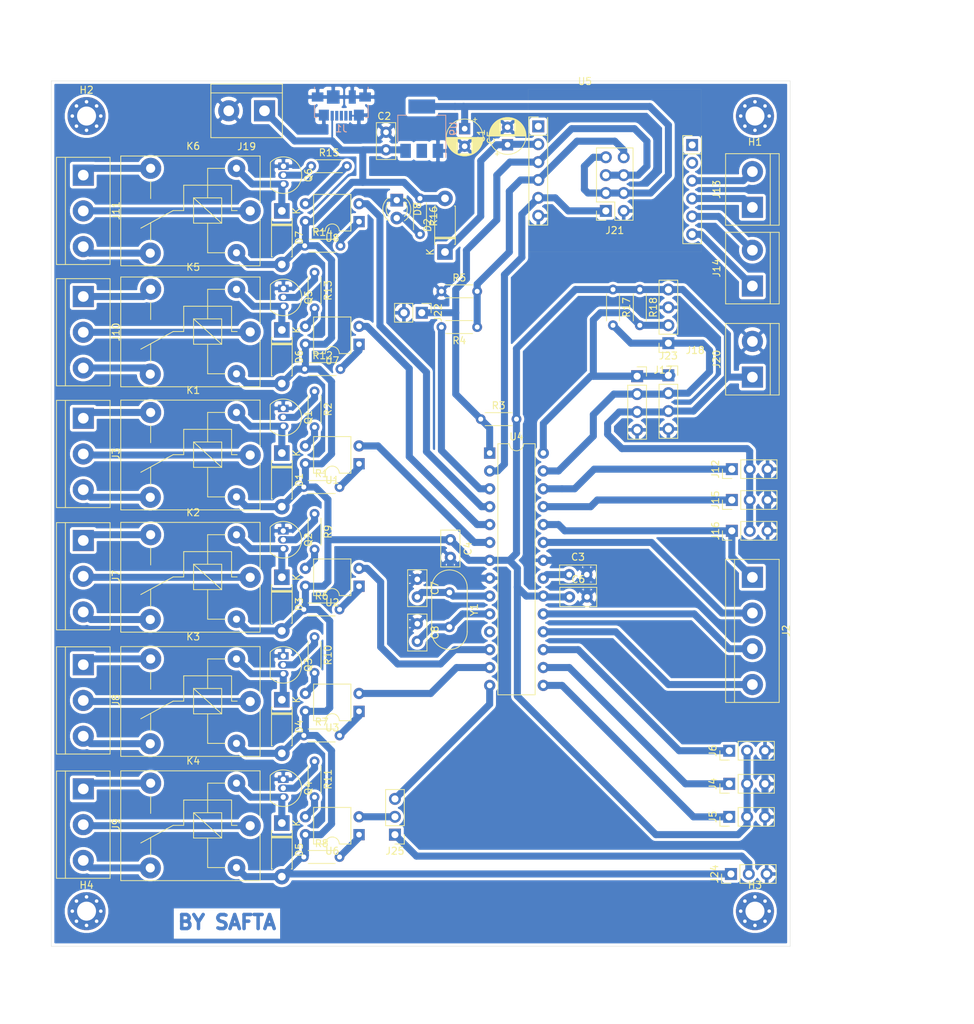
<source format=kicad_pcb>
(kicad_pcb (version 20171130) (host pcbnew "(5.1.10)-1")
  (layers (0 F.Cu signal) (31 B.Cu signal) (34 B.Paste user) (35 F.Paste user) (36 B.SilkS user) (37 F.SilkS user) (38 B.Mask user) (39 F.Mask user) (44 Edge.Cuts user))
  (net 0 "")
  (net 1 "Net-(D1-Pad1)")
  (net 2 +5V)
  (net 3 "Net-(Q1-Pad2)")
  (net 4 GND)
  (net 5 "Net-(R1-Pad2)")
  (net 6 "Net-(R2-Pad2)")
  (net 7 MISO)
  (net 8 SCK)
  (net 9 MOSI)
  (net 10 RST)
  (net 11 "Net-(C7-Pad2)")
  (net 12 "Net-(C8-Pad2)")
  (net 13 "Net-(C3-Pad1)")
  (net 14 "Net-(D3-Pad1)")
  (net 15 "Net-(D4-Pad1)")
  (net 16 "Net-(D5-Pad1)")
  (net 17 "Net-(D6-Pad1)")
  (net 18 "Net-(D7-Pad1)")
  (net 19 "Net-(D8-Pad2)")
  (net 20 "Net-(J1-Pad4)")
  (net 21 "Net-(J1-Pad3)")
  (net 22 "Net-(J1-Pad2)")
  (net 23 "Net-(J3-Pad3)")
  (net 24 "Net-(J3-Pad2)")
  (net 25 "Net-(J3-Pad1)")
  (net 26 P16)
  (net 27 P15)
  (net 28 "Net-(J7-Pad3)")
  (net 29 "Net-(J7-Pad2)")
  (net 30 "Net-(J7-Pad1)")
  (net 31 "Net-(J8-Pad3)")
  (net 32 "Net-(J8-Pad2)")
  (net 33 "Net-(J8-Pad1)")
  (net 34 "Net-(J9-Pad3)")
  (net 35 "Net-(J9-Pad2)")
  (net 36 "Net-(J9-Pad1)")
  (net 37 "Net-(J10-Pad3)")
  (net 38 "Net-(J10-Pad2)")
  (net 39 "Net-(J10-Pad1)")
  (net 40 "Net-(J11-Pad3)")
  (net 41 "Net-(J11-Pad2)")
  (net 42 "Net-(J11-Pad1)")
  (net 43 A2)
  (net 44 "Net-(J13-Pad2)")
  (net 45 "Net-(J13-Pad1)")
  (net 46 "Net-(J14-Pad2)")
  (net 47 "Net-(J14-Pad1)")
  (net 48 A1)
  (net 49 A0)
  (net 50 SDA)
  (net 51 SCL)
  (net 52 "Net-(Q2-Pad2)")
  (net 53 "Net-(Q3-Pad2)")
  (net 54 "Net-(Q4-Pad2)")
  (net 55 "Net-(Q5-Pad2)")
  (net 56 "Net-(Q6-Pad2)")
  (net 57 RXD)
  (net 58 RXD3v3)
  (net 59 "Net-(R6-Pad2)")
  (net 60 "Net-(R7-Pad2)")
  (net 61 "Net-(R8-Pad2)")
  (net 62 "Net-(R9-Pad2)")
  (net 63 "Net-(R10-Pad2)")
  (net 64 "Net-(R11-Pad2)")
  (net 65 "Net-(R12-Pad2)")
  (net 66 "Net-(R13-Pad2)")
  (net 67 "Net-(R14-Pad2)")
  (net 68 "Net-(R15-Pad2)")
  (net 69 D11)
  (net 70 D12)
  (net 71 D13)
  (net 72 D14)
  (net 73 D6)
  (net 74 D5)
  (net 75 D4)
  (net 76 TXD)
  (net 77 "Net-(U5-Pad1)")
  (net 78 "Net-(U5-Pad7)")
  (net 79 "Net-(U5-Pad8)")
  (net 80 14)
  (net 81 3v3)
  (net 82 33v)
  (net 83 "Net-(J24-Pad2)")
  (net 84 D014)
  (module Connector_PinHeader_2.54mm:PinHeader_1x03_P2.54mm_Vertical (layer F.Cu) (at 68.834 119.126 180)
    (fp_text reference J25 (at 0 -2.33) (layer F.SilkS))
    (fp_text value A)
    (pad 1 thru_hole rect (at 0 0 180) (size 1.7 1.7) (drill 1) (layers *.Cu *.Mask) (net 83 "Net-(J24-Pad2)"))
    (pad 2 thru_hole oval (at 0 2.54 180) (size 1.7 1.7) (drill 1) (layers *.Cu *.Mask) (net 84 D014))
    (pad 3 thru_hole oval (at 0 5.08 180) (size 1.7 1.7) (drill 1) (layers *.Cu *.Mask) (net 72 D14))
  )
  (module Connector_PinHeader_2.54mm:PinHeader_1x03_P2.54mm_Vertical (layer F.Cu) (at 116.586 124.714 90)
    (fp_text reference J24 (at 0 -2.33 90) (layer F.SilkS))
    (fp_text value A)
    (pad 1 thru_hole rect (at 0 0 90) (size 1.7 1.7) (drill 1) (layers *.Cu *.Mask) (net 2 +5V))
    (pad 2 thru_hole oval (at 0 2.54 90) (size 1.7 1.7) (drill 1) (layers *.Cu *.Mask) (net 83 "Net-(J24-Pad2)"))
    (pad 3 thru_hole oval (at 0 5.08 90) (size 1.7 1.7) (drill 1) (layers *.Cu *.Mask) (net 4 GND))
  )
  (module Resistor_THT:R_Axial_DIN0204_L3.6mm_D1.6mm_P5.08mm_Horizontal (layer F.Cu) (at 103.632 41.656 270)
    (fp_text reference R18 (at 2.54 -1.92 90) (layer F.SilkS))
    (fp_text value R_Small)
    (pad 1 thru_hole circle (at 0 0 270) (size 1.4 1.4) (drill 0.7) (layers *.Cu *.Mask) (net 2 +5V))
    (pad 2 thru_hole oval (at 5.08 0 270) (size 1.4 1.4) (drill 0.7) (layers *.Cu *.Mask) (net 51 SCL))
  )
  (module Resistor_THT:R_Axial_DIN0204_L3.6mm_D1.6mm_P5.08mm_Horizontal (layer F.Cu) (at 99.822 41.656 270)
    (fp_text reference R17 (at 2.54 -1.92 90) (layer F.SilkS))
    (fp_text value R_Small)
    (pad 1 thru_hole circle (at 0 0 270) (size 1.4 1.4) (drill 0.7) (layers *.Cu *.Mask) (net 2 +5V))
    (pad 2 thru_hole oval (at 5.08 0 270) (size 1.4 1.4) (drill 0.7) (layers *.Cu *.Mask) (net 50 SDA))
  )
  (module Connector_PinSocket_2.54mm:PinSocket_1x04_P2.54mm_Vertical (layer F.Cu) (at 107.696 53.848)
    (fp_text reference J23 (at 0 -2.77) (layer F.SilkS))
    (fp_text value i2c)
    (pad 1 thru_hole rect (at 0 0) (size 1.7 1.7) (drill 1) (layers *.Cu *.Mask) (net 51 SCL))
    (pad 2 thru_hole oval (at 0 2.54) (size 1.7 1.7) (drill 1) (layers *.Cu *.Mask) (net 50 SDA))
    (pad 3 thru_hole oval (at 0 5.08) (size 1.7 1.7) (drill 1) (layers *.Cu *.Mask) (net 2 +5V))
    (pad 4 thru_hole oval (at 0 7.62) (size 1.7 1.7) (drill 1) (layers *.Cu *.Mask) (net 4 GND))
  )
  (module Capacitor_THT:C_Disc_D5.0mm_W2.5mm_P2.50mm (layer F.Cu) (at 67.564 19.304 270)
    (fp_text reference C2 (at -2.286 0.254 180) (layer F.SilkS))
    (fp_text value 100nf)
    (pad 2 thru_hole circle (at 2.5 0 270) (size 1.6 1.6) (drill 0.8) (layers *.Cu *.Mask) (net 2 +5V))
    (pad 1 thru_hole circle (at 0 0 270) (size 1.6 1.6) (drill 0.8) (layers *.Cu *.Mask) (net 4 GND))
  )
  (module Package_TO_SOT_SMD:SOT-223-3_TabPin2 (layer B.Cu) (at 72.644 18.796 90)
    (fp_text reference U9 (at 0 4.5 90) (layer B.SilkS) (effects (justify mirror)))
    (fp_text value LD1117S33TR_SOT223)
    (pad 1 smd rect (at -3.15 2.3 90) (size 2 1.5) (layers B.Cu B.Paste B.Mask) (net 4 GND))
    (pad 3 smd rect (at -3.15 -2.3 90) (size 2 1.5) (layers B.Cu B.Paste B.Mask) (net 2 +5V))
    (pad 2 smd rect (at -3.15 0 90) (size 2 1.5) (layers B.Cu B.Paste B.Mask) (net 82 33v))
    (pad 2 smd rect (at 3.15 0 90) (size 2 3.8) (layers B.Cu B.Paste B.Mask) (net 82 33v))
  )
  (module Capacitor_THT:CP_Radial_D5.0mm_P2.50mm (layer F.Cu) (at 78.74 18.796 270)
    (fp_text reference C5 (at 1.25 -3.75 90) (layer F.SilkS))
    (fp_text value 10uf)
    (pad 2 thru_hole circle (at 2.5 0 270) (size 1.6 1.6) (drill 0.8) (layers *.Cu *.Mask) (net 4 GND))
    (pad 1 thru_hole rect (at 0 0 270) (size 1.6 1.6) (drill 0.8) (layers *.Cu *.Mask) (net 82 33v))
  )
  (module Diode_THT:D_DO-41_SOD81_P7.62mm_Horizontal (layer F.Cu) (at 75.946 36.322 90)
    (fp_text reference D2 (at 3.81 -2.47 90) (layer F.SilkS))
    (fp_text value 1N4001)
    (fp_text user K (at 0 -2.1 90) (layer F.SilkS))
    (pad 2 thru_hole oval (at 7.62 0 90) (size 2.2 2.2) (drill 1.1) (layers *.Cu *.Mask) (net 2 +5V))
    (pad 1 thru_hole rect (at 0 0 90) (size 2.2 2.2) (drill 1.1) (layers *.Cu *.Mask) (net 81 3v3))
  )
  (module Connector_PinSocket_2.54mm:PinSocket_2x04_P2.54mm_Vertical (layer F.Cu) (at 98.806 30.48 180)
    (fp_text reference J21 (at -1.27 -2.77) (layer F.SilkS))
    (fp_text value Conn_02x04_Odd_Even)
    (pad 8 thru_hole oval (at -2.54 7.62 180) (size 1.7 1.7) (drill 1) (layers *.Cu *.Mask) (net 58 RXD3v3))
    (pad 7 thru_hole oval (at 0 7.62 180) (size 1.7 1.7) (drill 1) (layers *.Cu *.Mask) (net 82 33v))
    (pad 6 thru_hole oval (at -2.54 5.08 180) (size 1.7 1.7) (drill 1) (layers *.Cu *.Mask) (net 10 RST))
    (pad 5 thru_hole oval (at 0 5.08 180) (size 1.7 1.7) (drill 1) (layers *.Cu *.Mask) (net 10 RST))
    (pad 4 thru_hole oval (at -2.54 2.54 180) (size 1.7 1.7) (drill 1) (layers *.Cu *.Mask) (net 82 33v))
    (pad 3 thru_hole oval (at 0 2.54 180) (size 1.7 1.7) (drill 1) (layers *.Cu *.Mask) (net 82 33v))
    (pad 2 thru_hole oval (at -2.54 0 180) (size 1.7 1.7) (drill 1) (layers *.Cu *.Mask) (net 4 GND))
    (pad 1 thru_hole rect (at 0 0 180) (size 1.7 1.7) (drill 1) (layers *.Cu *.Mask) (net 76 TXD))
  )
  (module Connector_PinHeader_2.54mm:PinHeader_1x02_P2.54mm_Vertical (layer F.Cu) (at 72.644 44.958 270)
    (fp_text reference J22 (at 0 -2.33 90) (layer F.SilkS))
    (fp_text value Conn_01x02_Male)
    (pad 2 thru_hole oval (at 0 2.54 270) (size 1.7 1.7) (drill 1) (layers *.Cu *.Mask) (net 4 GND))
    (pad 1 thru_hole rect (at 0 0 270) (size 1.7 1.7) (drill 1) (layers *.Cu *.Mask) (net 10 RST))
  )
  (module MountingHole:MountingHole_2.7mm_M2.5_Pad_Via (layer F.Cu) (at 25 130)
    (fp_text reference H4 (at 0 -3.7) (layer F.SilkS))
    (fp_text value MountingHole)
    (pad 1 thru_hole circle (at 0 0) (size 5.4 5.4) (drill 2.7) (layers *.Cu *.Mask))
    (pad 1 thru_hole circle (at 2.025 0) (size 0.8 0.8) (drill 0.5) (layers *.Cu *.Mask))
    (pad 1 thru_hole circle (at 1.431891 1.431891) (size 0.8 0.8) (drill 0.5) (layers *.Cu *.Mask))
    (pad 1 thru_hole circle (at 0 2.025) (size 0.8 0.8) (drill 0.5) (layers *.Cu *.Mask))
    (pad 1 thru_hole circle (at -1.431891 1.431891) (size 0.8 0.8) (drill 0.5) (layers *.Cu *.Mask))
    (pad 1 thru_hole circle (at -2.025 0) (size 0.8 0.8) (drill 0.5) (layers *.Cu *.Mask))
    (pad 1 thru_hole circle (at -1.431891 -1.431891) (size 0.8 0.8) (drill 0.5) (layers *.Cu *.Mask))
    (pad 1 thru_hole circle (at 0 -2.025) (size 0.8 0.8) (drill 0.5) (layers *.Cu *.Mask))
    (pad 1 thru_hole circle (at 1.431891 -1.431891) (size 0.8 0.8) (drill 0.5) (layers *.Cu *.Mask))
  )
  (module MountingHole:MountingHole_2.7mm_M2.5_Pad_Via (layer F.Cu) (at 120 130)
    (fp_text reference H3 (at 0 -3.7) (layer F.SilkS))
    (fp_text value MountingHole)
    (pad 1 thru_hole circle (at 0 0) (size 5.4 5.4) (drill 2.7) (layers *.Cu *.Mask))
    (pad 1 thru_hole circle (at 2.025 0) (size 0.8 0.8) (drill 0.5) (layers *.Cu *.Mask))
    (pad 1 thru_hole circle (at 1.431891 1.431891) (size 0.8 0.8) (drill 0.5) (layers *.Cu *.Mask))
    (pad 1 thru_hole circle (at 0 2.025) (size 0.8 0.8) (drill 0.5) (layers *.Cu *.Mask))
    (pad 1 thru_hole circle (at -1.431891 1.431891) (size 0.8 0.8) (drill 0.5) (layers *.Cu *.Mask))
    (pad 1 thru_hole circle (at -2.025 0) (size 0.8 0.8) (drill 0.5) (layers *.Cu *.Mask))
    (pad 1 thru_hole circle (at -1.431891 -1.431891) (size 0.8 0.8) (drill 0.5) (layers *.Cu *.Mask))
    (pad 1 thru_hole circle (at 0 -2.025) (size 0.8 0.8) (drill 0.5) (layers *.Cu *.Mask))
    (pad 1 thru_hole circle (at 1.431891 -1.431891) (size 0.8 0.8) (drill 0.5) (layers *.Cu *.Mask))
  )
  (module MountingHole:MountingHole_2.7mm_M2.5_Pad_Via (layer F.Cu) (at 25 17)
    (fp_text reference H2 (at 0 -3.7) (layer F.SilkS))
    (fp_text value MountingHole)
    (pad 1 thru_hole circle (at 0 0) (size 5.4 5.4) (drill 2.7) (layers *.Cu *.Mask))
    (pad 1 thru_hole circle (at 2.025 0) (size 0.8 0.8) (drill 0.5) (layers *.Cu *.Mask))
    (pad 1 thru_hole circle (at 1.431891 1.431891) (size 0.8 0.8) (drill 0.5) (layers *.Cu *.Mask))
    (pad 1 thru_hole circle (at 0 2.025) (size 0.8 0.8) (drill 0.5) (layers *.Cu *.Mask))
    (pad 1 thru_hole circle (at -1.431891 1.431891) (size 0.8 0.8) (drill 0.5) (layers *.Cu *.Mask))
    (pad 1 thru_hole circle (at -2.025 0) (size 0.8 0.8) (drill 0.5) (layers *.Cu *.Mask))
    (pad 1 thru_hole circle (at -1.431891 -1.431891) (size 0.8 0.8) (drill 0.5) (layers *.Cu *.Mask))
    (pad 1 thru_hole circle (at 0 -2.025) (size 0.8 0.8) (drill 0.5) (layers *.Cu *.Mask))
    (pad 1 thru_hole circle (at 1.431891 -1.431891) (size 0.8 0.8) (drill 0.5) (layers *.Cu *.Mask))
  )
  (module MountingHole:MountingHole_2.7mm_M2.5_Pad_Via (layer F.Cu) (at 120 17 180)
    (fp_text reference H1 (at 0 -3.7) (layer F.SilkS))
    (fp_text value MountingHole)
    (pad 1 thru_hole circle (at 0 0 180) (size 5.4 5.4) (drill 2.7) (layers *.Cu *.Mask))
    (pad 1 thru_hole circle (at 2.025 0 180) (size 0.8 0.8) (drill 0.5) (layers *.Cu *.Mask))
    (pad 1 thru_hole circle (at 1.431891 1.431891 180) (size 0.8 0.8) (drill 0.5) (layers *.Cu *.Mask))
    (pad 1 thru_hole circle (at 0 2.025 180) (size 0.8 0.8) (drill 0.5) (layers *.Cu *.Mask))
    (pad 1 thru_hole circle (at -1.431891 1.431891 180) (size 0.8 0.8) (drill 0.5) (layers *.Cu *.Mask))
    (pad 1 thru_hole circle (at -2.025 0 180) (size 0.8 0.8) (drill 0.5) (layers *.Cu *.Mask))
    (pad 1 thru_hole circle (at -1.431891 -1.431891 180) (size 0.8 0.8) (drill 0.5) (layers *.Cu *.Mask))
    (pad 1 thru_hole circle (at 0 -2.025 180) (size 0.8 0.8) (drill 0.5) (layers *.Cu *.Mask))
    (pad 1 thru_hole circle (at 1.431891 -1.431891 180) (size 0.8 0.8) (drill 0.5) (layers *.Cu *.Mask))
  )
  (module TerminalBlock:TerminalBlock_bornier-2_P5.08mm (layer F.Cu) (at 119.634 54.102 90)
    (fp_text reference J20 (at 2.54 -5.08 90) (layer F.SilkS))
    (fp_text value Micro)
    (pad 2 thru_hole circle (at 5.08 0 90) (size 3 3) (drill 1.52) (layers *.Cu *.Mask) (net 4 GND))
    (pad 1 thru_hole rect (at 0 0 90) (size 3 3) (drill 1.52) (layers *.Cu *.Mask) (net 2 +5V))
  )
  (module TerminalBlock:TerminalBlock_bornier-2_P5.08mm (layer F.Cu) (at 50.292 16.256 180)
    (fp_text reference J19 (at 2.54 -5.08) (layer F.SilkS))
    (fp_text value Micro)
    (pad 2 thru_hole circle (at 5.08 0 180) (size 3 3) (drill 1.52) (layers *.Cu *.Mask) (net 4 GND))
    (pad 1 thru_hole rect (at 0 0 180) (size 3 3) (drill 1.52) (layers *.Cu *.Mask) (net 2 +5V))
  )
  (module TerminalBlock:TerminalBlock_bornier-4_P5.08mm (layer F.Cu) (at 119.634 82.55 270)
    (fp_text reference J2 (at 7.6 -4.8 90) (layer F.SilkS))
    (fp_text value Screw_Terminal_01x04)
    (pad 4 thru_hole circle (at 15.24 0 270) (size 3 3) (drill 1.52) (layers *.Cu *.Mask) (net 7 MISO))
    (pad 1 thru_hole rect (at 0 0 270) (size 3 3) (drill 1.52) (layers *.Cu *.Mask) (net 49 A0))
    (pad 3 thru_hole circle (at 10.16 0 270) (size 3 3) (drill 1.52) (layers *.Cu *.Mask) (net 8 SCK))
    (pad 2 thru_hole circle (at 5.08 0 270) (size 3 3) (drill 1.52) (layers *.Cu *.Mask) (net 80 14))
  )
  (module Package_DIP:DIP-4_W7.62mm (layer F.Cu) (at 63.7286 32.004 180)
    (fp_text reference U8 (at 3.81 -2.33) (layer F.SilkS))
    (fp_text value PC817)
    (pad 4 thru_hole oval (at 7.62 0 180) (size 1.6 1.6) (drill 0.8) (layers *.Cu *.Mask) (net 2 +5V))
    (pad 2 thru_hole oval (at 0 2.54 180) (size 1.6 1.6) (drill 0.8) (layers *.Cu *.Mask) (net 75 D4))
    (pad 3 thru_hole oval (at 7.62 2.54 180) (size 1.6 1.6) (drill 0.8) (layers *.Cu *.Mask) (net 68 "Net-(R15-Pad2)"))
    (pad 1 thru_hole rect (at 0 0 180) (size 1.6 1.6) (drill 0.8) (layers *.Cu *.Mask) (net 67 "Net-(R14-Pad2)"))
  )
  (module sim800:sim800l (layer F.Cu) (at 100.076 24.765)
    (fp_text reference U5 (at -4.2418 -12.7) (layer F.SilkS))
    (fp_text value Sim800l)
    (pad 5 thru_hole oval (at -10.8712 3.8608) (size 1.7 1.7) (drill 1) (layers *.Cu *.Mask) (net 76 TXD))
    (pad 1 thru_hole rect (at -10.8712 -6.2992) (size 1.7 1.7) (drill 1) (layers *.Cu *.Mask) (net 77 "Net-(U5-Pad1)"))
    (pad 2 thru_hole oval (at -10.8712 -3.7592) (size 1.7 1.7) (drill 1) (layers *.Cu *.Mask) (net 81 3v3))
    (pad 6 thru_hole oval (at -10.8712 6.4008) (size 1.7 1.7) (drill 1) (layers *.Cu *.Mask) (net 4 GND))
    (pad 3 thru_hole oval (at -10.8712 -1.2192) (size 1.7 1.7) (drill 1) (layers *.Cu *.Mask) (net 10 RST))
    (pad 4 thru_hole oval (at -10.8712 1.3208) (size 1.7 1.7) (drill 1) (layers *.Cu *.Mask) (net 58 RXD3v3))
    (pad 7 thru_hole rect (at 10.9982 -3.6576) (size 1.7 1.7) (drill 1) (layers *.Cu *.Mask) (net 78 "Net-(U5-Pad7)"))
    (pad 9 thru_hole oval (at 10.9982 1.4224) (size 1.7 1.7) (drill 1) (layers *.Cu *.Mask) (net 44 "Net-(J13-Pad2)"))
    (pad 8 thru_hole oval (at 10.9982 -1.1176) (size 1.7 1.7) (drill 1) (layers *.Cu *.Mask) (net 79 "Net-(U5-Pad8)"))
    (pad 12 thru_hole oval (at 10.9982 9.0424) (size 1.7 1.7) (drill 1) (layers *.Cu *.Mask) (net 47 "Net-(J14-Pad1)"))
    (pad 11 thru_hole oval (at 10.9982 6.5024) (size 1.7 1.7) (drill 1) (layers *.Cu *.Mask) (net 46 "Net-(J14-Pad2)"))
    (pad 10 thru_hole oval (at 10.9982 3.9624) (size 1.7 1.7) (drill 1) (layers *.Cu *.Mask) (net 45 "Net-(J13-Pad1)"))
  )
  (module Relay_THT:Relay_SPDT_SANYOU_SRD_Series_Form_C (layer F.Cu) (at 48.26 30.48 180)
    (fp_text reference K6 (at 8.1 9.2) (layer F.SilkS))
    (fp_text value SRD)
    (pad 1 thru_hole circle (at 0 0 270) (size 3 3) (drill 1.3) (layers *.Cu *.Mask) (net 41 "Net-(J11-Pad2)"))
    (pad 5 thru_hole circle (at 1.95 -5.95 270) (size 2.5 2.5) (drill 1) (layers *.Cu *.Mask) (net 2 +5V))
    (pad 4 thru_hole circle (at 14.2 -6 270) (size 3 3) (drill 1.3) (layers *.Cu *.Mask) (net 40 "Net-(J11-Pad3)"))
    (pad 3 thru_hole circle (at 14.15 6.05 270) (size 3 3) (drill 1.3) (layers *.Cu *.Mask) (net 42 "Net-(J11-Pad1)"))
    (pad 2 thru_hole circle (at 1.95 6.05 270) (size 2.5 2.5) (drill 1) (layers *.Cu *.Mask) (net 18 "Net-(D7-Pad1)"))
  )
  (module Relay_THT:Relay_SPDT_SANYOU_SRD_Series_Form_C (layer F.Cu) (at 48.26 47.6758 180)
    (fp_text reference K5 (at 8.1 9.2) (layer F.SilkS))
    (fp_text value SRD)
    (pad 1 thru_hole circle (at 0 0 270) (size 3 3) (drill 1.3) (layers *.Cu *.Mask) (net 38 "Net-(J10-Pad2)"))
    (pad 5 thru_hole circle (at 1.95 -5.95 270) (size 2.5 2.5) (drill 1) (layers *.Cu *.Mask) (net 2 +5V))
    (pad 4 thru_hole circle (at 14.2 -6 270) (size 3 3) (drill 1.3) (layers *.Cu *.Mask) (net 37 "Net-(J10-Pad3)"))
    (pad 3 thru_hole circle (at 14.15 6.05 270) (size 3 3) (drill 1.3) (layers *.Cu *.Mask) (net 39 "Net-(J10-Pad1)"))
    (pad 2 thru_hole circle (at 1.95 6.05 270) (size 2.5 2.5) (drill 1) (layers *.Cu *.Mask) (net 17 "Net-(D6-Pad1)"))
  )
  (module Capacitor_THT:CP_Radial_D5.0mm_P2.50mm (layer F.Cu) (at 84.836 21.082 90)
    (fp_text reference C1 (at 1.25 -3.75 90) (layer F.SilkS))
    (fp_text value 200uf)
    (pad 2 thru_hole circle (at 2.5 0 90) (size 1.6 1.6) (drill 0.8) (layers *.Cu *.Mask) (net 4 GND))
    (pad 1 thru_hole rect (at 0 0 90) (size 1.6 1.6) (drill 0.8) (layers *.Cu *.Mask) (net 81 3v3))
  )
  (module Capacitor_THT:C_Disc_D5.0mm_W2.5mm_P2.50mm (layer F.Cu) (at 93.599 82.169)
    (fp_text reference C3 (at 1.25 -2.5) (layer F.SilkS))
    (fp_text value 100nf)
    (pad 2 thru_hole circle (at 2.5 0) (size 1.6 1.6) (drill 0.8) (layers *.Cu *.Mask) (net 4 GND))
    (pad 1 thru_hole circle (at 0 0) (size 1.6 1.6) (drill 0.8) (layers *.Cu *.Mask) (net 13 "Net-(C3-Pad1)"))
  )
  (module Capacitor_THT:C_Disc_D5.0mm_W2.5mm_P2.50mm (layer F.Cu) (at 76.708 77.216 270)
    (fp_text reference C4 (at 1.25 -2.5 90) (layer F.SilkS))
    (fp_text value 100nf)
    (pad 2 thru_hole circle (at 2.5 0 270) (size 1.6 1.6) (drill 0.8) (layers *.Cu *.Mask) (net 4 GND))
    (pad 1 thru_hole circle (at 0 0 270) (size 1.6 1.6) (drill 0.8) (layers *.Cu *.Mask) (net 2 +5V))
  )
  (module Capacitor_THT:C_Disc_D5.0mm_W2.5mm_P2.50mm (layer F.Cu) (at 93.639 85.344)
    (fp_text reference C6 (at 1.25 -2.5) (layer F.SilkS))
    (fp_text value 100nf)
    (pad 2 thru_hole circle (at 2.5 0) (size 1.6 1.6) (drill 0.8) (layers *.Cu *.Mask) (net 4 GND))
    (pad 1 thru_hole circle (at 0 0) (size 1.6 1.6) (drill 0.8) (layers *.Cu *.Mask) (net 2 +5V))
  )
  (module Capacitor_THT:C_Disc_D5.0mm_W2.5mm_P2.50mm (layer F.Cu) (at 72.009 82.844 270)
    (fp_text reference C7 (at 1.25 -2.5 90) (layer F.SilkS))
    (fp_text value 22pf)
    (pad 2 thru_hole circle (at 2.5 0 270) (size 1.6 1.6) (drill 0.8) (layers *.Cu *.Mask) (net 11 "Net-(C7-Pad2)"))
    (pad 1 thru_hole circle (at 0 0 270) (size 1.6 1.6) (drill 0.8) (layers *.Cu *.Mask) (net 4 GND))
  )
  (module Capacitor_THT:C_Disc_D5.0mm_W2.5mm_P2.50mm (layer F.Cu) (at 72.009 89.154 270)
    (fp_text reference C8 (at 1.25 -2.5 90) (layer F.SilkS))
    (fp_text value 22pf)
    (pad 2 thru_hole circle (at 2.5 0 270) (size 1.6 1.6) (drill 0.8) (layers *.Cu *.Mask) (net 12 "Net-(C8-Pad2)"))
    (pad 1 thru_hole circle (at 0 0 270) (size 1.6 1.6) (drill 0.8) (layers *.Cu *.Mask) (net 4 GND))
  )
  (module Diode_THT:D_DO-41_SOD81_P7.62mm_Horizontal (layer F.Cu) (at 52.7558 64.897 270)
    (fp_text reference D1 (at 3.81 -2.47 90) (layer F.SilkS))
    (fp_text value DIODE)
    (fp_text user K (at 0 -2.1 90) (layer F.SilkS))
    (pad 2 thru_hole oval (at 7.62 0 270) (size 2.2 2.2) (drill 1.1) (layers *.Cu *.Mask) (net 2 +5V))
    (pad 1 thru_hole rect (at 0 0 270) (size 2.2 2.2) (drill 1.1) (layers *.Cu *.Mask) (net 1 "Net-(D1-Pad1)"))
  )
  (module Diode_THT:D_DO-41_SOD81_P7.62mm_Horizontal (layer F.Cu) (at 52.7558 82.55 270)
    (fp_text reference D3 (at 3.81 -2.47 90) (layer F.SilkS))
    (fp_text value DIODE)
    (fp_text user K (at 0 -2.1 90) (layer F.SilkS))
    (pad 2 thru_hole oval (at 7.62 0 270) (size 2.2 2.2) (drill 1.1) (layers *.Cu *.Mask) (net 2 +5V))
    (pad 1 thru_hole rect (at 0 0 270) (size 2.2 2.2) (drill 1.1) (layers *.Cu *.Mask) (net 14 "Net-(D3-Pad1)"))
  )
  (module Diode_THT:D_DO-41_SOD81_P7.62mm_Horizontal (layer F.Cu) (at 52.7558 99.949 270)
    (fp_text reference D4 (at 3.81 -2.47 90) (layer F.SilkS))
    (fp_text value DIODE)
    (fp_text user K (at 0 -2.1 90) (layer F.SilkS))
    (pad 2 thru_hole oval (at 7.62 0 270) (size 2.2 2.2) (drill 1.1) (layers *.Cu *.Mask) (net 2 +5V))
    (pad 1 thru_hole rect (at 0 0 270) (size 2.2 2.2) (drill 1.1) (layers *.Cu *.Mask) (net 15 "Net-(D4-Pad1)"))
  )
  (module Diode_THT:D_DO-41_SOD81_P7.62mm_Horizontal (layer F.Cu) (at 52.7558 117.475 270)
    (fp_text reference D5 (at 3.81 -2.47 90) (layer F.SilkS))
    (fp_text value DIODE)
    (fp_text user K (at 0 -2.1 90) (layer F.SilkS))
    (pad 2 thru_hole oval (at 7.62 0 270) (size 2.2 2.2) (drill 1.1) (layers *.Cu *.Mask) (net 2 +5V))
    (pad 1 thru_hole rect (at 0 0 270) (size 2.2 2.2) (drill 1.1) (layers *.Cu *.Mask) (net 16 "Net-(D5-Pad1)"))
  )
  (module Diode_THT:D_DO-41_SOD81_P7.62mm_Horizontal (layer F.Cu) (at 52.7558 47.3964 270)
    (fp_text reference D6 (at 3.81 -2.47 90) (layer F.SilkS))
    (fp_text value DIODE)
    (fp_text user K (at 0 -2.1 90) (layer F.SilkS))
    (pad 2 thru_hole oval (at 7.62 0 270) (size 2.2 2.2) (drill 1.1) (layers *.Cu *.Mask) (net 2 +5V))
    (pad 1 thru_hole rect (at 0 0 270) (size 2.2 2.2) (drill 1.1) (layers *.Cu *.Mask) (net 17 "Net-(D6-Pad1)"))
  )
  (module Diode_THT:D_DO-41_SOD81_P7.62mm_Horizontal (layer F.Cu) (at 52.7558 30.48 270)
    (fp_text reference D7 (at 3.81 -2.47 90) (layer F.SilkS))
    (fp_text value DIODE)
    (fp_text user K (at 0 -2.1 90) (layer F.SilkS))
    (pad 2 thru_hole oval (at 7.62 0 270) (size 2.2 2.2) (drill 1.1) (layers *.Cu *.Mask) (net 2 +5V))
    (pad 1 thru_hole rect (at 0 0 270) (size 2.2 2.2) (drill 1.1) (layers *.Cu *.Mask) (net 18 "Net-(D7-Pad1)"))
  )
  (module LED_THT:LED_D3.0mm (layer F.Cu) (at 69.088 28.956 270)
    (fp_text reference D8 (at 1.27 -2.96 90) (layer F.SilkS))
    (fp_text value LED)
    (pad 2 thru_hole circle (at 2.54 0 270) (size 1.8 1.8) (drill 0.9) (layers *.Cu *.Mask) (net 19 "Net-(D8-Pad2)"))
    (pad 1 thru_hole rect (at 0 0 270) (size 1.8 1.8) (drill 0.9) (layers *.Cu *.Mask) (net 4 GND))
  )
  (module Connector_USB:USB_Micro-B_Molex_47346-0001 (layer B.Cu) (at 61.214 15.494)
    (fp_text reference J1 (at 0 3.3 180) (layer B.SilkS) (effects (justify mirror)))
    (fp_text value USB_B_Micro)
    (pad 6 smd rect (at 1.55 -1.2) (size 1 1.9) (layers B.Cu B.Paste B.Mask) (net 4 GND))
    (pad 6 smd rect (at -1.15 -1.2) (size 1.8 1.9) (layers B.Cu B.Paste B.Mask) (net 4 GND))
    (pad 6 smd rect (at 3.375 -1.2) (size 1.65 1.3) (layers B.Cu B.Paste B.Mask) (net 4 GND))
    (pad 6 smd rect (at -3.375 -1.2) (size 1.65 1.3) (layers B.Cu B.Paste B.Mask) (net 4 GND))
    (pad 6 smd rect (at 2.4875 1.375) (size 1.425 1.55) (layers B.Cu B.Paste B.Mask) (net 4 GND))
    (pad 6 smd rect (at -2.4875 1.375) (size 1.425 1.55) (layers B.Cu B.Paste B.Mask) (net 4 GND))
    (pad 5 smd rect (at 1.3 1.46) (size 0.45 1.38) (layers B.Cu B.Paste B.Mask) (net 4 GND))
    (pad 4 smd rect (at 0.65 1.46) (size 0.45 1.38) (layers B.Cu B.Paste B.Mask) (net 20 "Net-(J1-Pad4)"))
    (pad 3 smd rect (at 0 1.46) (size 0.45 1.38) (layers B.Cu B.Paste B.Mask) (net 21 "Net-(J1-Pad3)"))
    (pad 2 smd rect (at -0.65 1.46) (size 0.45 1.38) (layers B.Cu B.Paste B.Mask) (net 22 "Net-(J1-Pad2)"))
    (pad 1 smd rect (at -1.3 1.46) (size 0.45 1.38) (layers B.Cu B.Paste B.Mask) (net 2 +5V))
  )
  (module TerminalBlock:TerminalBlock_bornier-3_P5.08mm (layer F.Cu) (at 24.5364 59.944 270)
    (fp_text reference J3 (at 5.05 -4.65 90) (layer F.SilkS))
    (fp_text value Screw)
    (pad 3 thru_hole circle (at 10.16 0 270) (size 3 3) (drill 1.52) (layers *.Cu *.Mask) (net 23 "Net-(J3-Pad3)"))
    (pad 2 thru_hole circle (at 5.08 0 270) (size 3 3) (drill 1.52) (layers *.Cu *.Mask) (net 24 "Net-(J3-Pad2)"))
    (pad 1 thru_hole rect (at 0 0 270) (size 3 3) (drill 1.52) (layers *.Cu *.Mask) (net 25 "Net-(J3-Pad1)"))
  )
  (module Connector_PinHeader_2.54mm:PinHeader_1x03_P2.54mm_Vertical (layer F.Cu) (at 116.3447 111.8997 90)
    (fp_text reference J4 (at 0 -2.33 90) (layer F.SilkS))
    (fp_text value pwm)
    (pad 3 thru_hole oval (at 0 5.08 90) (size 1.7 1.7) (drill 1) (layers *.Cu *.Mask) (net 4 GND))
    (pad 2 thru_hole oval (at 0 2.54 90) (size 1.7 1.7) (drill 1) (layers *.Cu *.Mask) (net 2 +5V))
    (pad 1 thru_hole rect (at 0 0 90) (size 1.7 1.7) (drill 1) (layers *.Cu *.Mask) (net 26 P16))
  )
  (module Connector_PinHeader_2.54mm:PinHeader_1x03_P2.54mm_Vertical (layer F.Cu) (at 116.3447 116.5987 90)
    (fp_text reference J5 (at 0 -2.33 90) (layer F.SilkS))
    (fp_text value pwm)
    (pad 3 thru_hole oval (at 0 5.08 90) (size 1.7 1.7) (drill 1) (layers *.Cu *.Mask) (net 4 GND))
    (pad 2 thru_hole oval (at 0 2.54 90) (size 1.7 1.7) (drill 1) (layers *.Cu *.Mask) (net 2 +5V))
    (pad 1 thru_hole rect (at 0 0 90) (size 1.7 1.7) (drill 1) (layers *.Cu *.Mask) (net 27 P15))
  )
  (module Connector_PinHeader_2.54mm:PinHeader_1x03_P2.54mm_Vertical (layer F.Cu) (at 116.3447 107.2007 90)
    (fp_text reference J6 (at 0 -2.33 90) (layer F.SilkS))
    (fp_text value pwm)
    (pad 3 thru_hole oval (at 0 5.08 90) (size 1.7 1.7) (drill 1) (layers *.Cu *.Mask) (net 4 GND))
    (pad 2 thru_hole oval (at 0 2.54 90) (size 1.7 1.7) (drill 1) (layers *.Cu *.Mask) (net 2 +5V))
    (pad 1 thru_hole rect (at 0 0 90) (size 1.7 1.7) (drill 1) (layers *.Cu *.Mask) (net 9 MOSI))
  )
  (module TerminalBlock:TerminalBlock_bornier-3_P5.08mm (layer F.Cu) (at 24.5364 77.32 270)
    (fp_text reference J7 (at 5.05 -4.65 90) (layer F.SilkS))
    (fp_text value Screw)
    (pad 3 thru_hole circle (at 10.16 0 270) (size 3 3) (drill 1.52) (layers *.Cu *.Mask) (net 28 "Net-(J7-Pad3)"))
    (pad 2 thru_hole circle (at 5.08 0 270) (size 3 3) (drill 1.52) (layers *.Cu *.Mask) (net 29 "Net-(J7-Pad2)"))
    (pad 1 thru_hole rect (at 0 0 270) (size 3 3) (drill 1.52) (layers *.Cu *.Mask) (net 30 "Net-(J7-Pad1)"))
  )
  (module TerminalBlock:TerminalBlock_bornier-3_P5.08mm (layer F.Cu) (at 24.5364 94.973 270)
    (fp_text reference J8 (at 5.05 -4.65 90) (layer F.SilkS))
    (fp_text value Screw)
    (pad 3 thru_hole circle (at 10.16 0 270) (size 3 3) (drill 1.52) (layers *.Cu *.Mask) (net 31 "Net-(J8-Pad3)"))
    (pad 2 thru_hole circle (at 5.08 0 270) (size 3 3) (drill 1.52) (layers *.Cu *.Mask) (net 32 "Net-(J8-Pad2)"))
    (pad 1 thru_hole rect (at 0 0 270) (size 3 3) (drill 1.52) (layers *.Cu *.Mask) (net 33 "Net-(J8-Pad1)"))
  )
  (module TerminalBlock:TerminalBlock_bornier-3_P5.08mm (layer F.Cu) (at 24.5364 112.626 270)
    (fp_text reference J9 (at 5.05 -4.65 90) (layer F.SilkS))
    (fp_text value Screw)
    (pad 3 thru_hole circle (at 10.16 0 270) (size 3 3) (drill 1.52) (layers *.Cu *.Mask) (net 34 "Net-(J9-Pad3)"))
    (pad 2 thru_hole circle (at 5.08 0 270) (size 3 3) (drill 1.52) (layers *.Cu *.Mask) (net 35 "Net-(J9-Pad2)"))
    (pad 1 thru_hole rect (at 0 0 270) (size 3 3) (drill 1.52) (layers *.Cu *.Mask) (net 36 "Net-(J9-Pad1)"))
  )
  (module TerminalBlock:TerminalBlock_bornier-3_P5.08mm (layer F.Cu) (at 24.5364 42.6466 270)
    (fp_text reference J10 (at 5.05 -4.65 90) (layer F.SilkS))
    (fp_text value Screw)
    (pad 3 thru_hole circle (at 10.16 0 270) (size 3 3) (drill 1.52) (layers *.Cu *.Mask) (net 37 "Net-(J10-Pad3)"))
    (pad 2 thru_hole circle (at 5.08 0 270) (size 3 3) (drill 1.52) (layers *.Cu *.Mask) (net 38 "Net-(J10-Pad2)"))
    (pad 1 thru_hole rect (at 0 0 270) (size 3 3) (drill 1.52) (layers *.Cu *.Mask) (net 39 "Net-(J10-Pad1)"))
  )
  (module TerminalBlock:TerminalBlock_bornier-3_P5.08mm (layer F.Cu) (at 24.5364 25.4 270)
    (fp_text reference J11 (at 5.05 -4.65 90) (layer F.SilkS))
    (fp_text value Screw)
    (pad 3 thru_hole circle (at 10.16 0 270) (size 3 3) (drill 1.52) (layers *.Cu *.Mask) (net 40 "Net-(J11-Pad3)"))
    (pad 2 thru_hole circle (at 5.08 0 270) (size 3 3) (drill 1.52) (layers *.Cu *.Mask) (net 41 "Net-(J11-Pad2)"))
    (pad 1 thru_hole rect (at 0 0 270) (size 3 3) (drill 1.52) (layers *.Cu *.Mask) (net 42 "Net-(J11-Pad1)"))
  )
  (module Connector_PinHeader_2.54mm:PinHeader_1x03_P2.54mm_Vertical (layer F.Cu) (at 116.713 67.183 90)
    (fp_text reference J12 (at 0 -2.33 90) (layer F.SilkS))
    (fp_text value A)
    (pad 3 thru_hole oval (at 0 5.08 90) (size 1.7 1.7) (drill 1) (layers *.Cu *.Mask) (net 4 GND))
    (pad 2 thru_hole oval (at 0 2.54 90) (size 1.7 1.7) (drill 1) (layers *.Cu *.Mask) (net 2 +5V))
    (pad 1 thru_hole rect (at 0 0 90) (size 1.7 1.7) (drill 1) (layers *.Cu *.Mask) (net 43 A2))
  )
  (module TerminalBlock:TerminalBlock_bornier-2_P5.08mm (layer F.Cu) (at 119.634 29.972 90)
    (fp_text reference J13 (at 2.54 -5.08 90) (layer F.SilkS))
    (fp_text value Micro)
    (pad 2 thru_hole circle (at 5.08 0 90) (size 3 3) (drill 1.52) (layers *.Cu *.Mask) (net 44 "Net-(J13-Pad2)"))
    (pad 1 thru_hole rect (at 0 0 90) (size 3 3) (drill 1.52) (layers *.Cu *.Mask) (net 45 "Net-(J13-Pad1)"))
  )
  (module TerminalBlock:TerminalBlock_bornier-2_P5.08mm (layer F.Cu) (at 119.634 41.148 90)
    (fp_text reference J14 (at 2.54 -5.08 90) (layer F.SilkS))
    (fp_text value Speaker)
    (pad 2 thru_hole circle (at 5.08 0 90) (size 3 3) (drill 1.52) (layers *.Cu *.Mask) (net 46 "Net-(J14-Pad2)"))
    (pad 1 thru_hole rect (at 0 0 90) (size 3 3) (drill 1.52) (layers *.Cu *.Mask) (net 47 "Net-(J14-Pad1)"))
  )
  (module Connector_PinHeader_2.54mm:PinHeader_1x03_P2.54mm_Vertical (layer F.Cu) (at 116.713 71.5645 90)
    (fp_text reference J15 (at 0 -2.33 90) (layer F.SilkS))
    (fp_text value A)
    (pad 3 thru_hole oval (at 0 5.08 90) (size 1.7 1.7) (drill 1) (layers *.Cu *.Mask) (net 4 GND))
    (pad 2 thru_hole oval (at 0 2.54 90) (size 1.7 1.7) (drill 1) (layers *.Cu *.Mask) (net 2 +5V))
    (pad 1 thru_hole rect (at 0 0 90) (size 1.7 1.7) (drill 1) (layers *.Cu *.Mask) (net 48 A1))
  )
  (module Connector_PinHeader_2.54mm:PinHeader_1x03_P2.54mm_Vertical (layer F.Cu) (at 116.713 75.946 90)
    (fp_text reference J16 (at 0 -2.33 90) (layer F.SilkS))
    (fp_text value A)
    (pad 3 thru_hole oval (at 0 5.08 90) (size 1.7 1.7) (drill 1) (layers *.Cu *.Mask) (net 4 GND))
    (pad 2 thru_hole oval (at 0 2.54 90) (size 1.7 1.7) (drill 1) (layers *.Cu *.Mask) (net 2 +5V))
    (pad 1 thru_hole rect (at 0 0 90) (size 1.7 1.7) (drill 1) (layers *.Cu *.Mask) (net 49 A0))
  )
  (module Connector_PinSocket_2.54mm:PinSocket_1x04_P2.54mm_Vertical (layer F.Cu) (at 103.251 53.975)
    (fp_text reference J17 (at 3.683 -0.889) (layer F.SilkS))
    (fp_text value i2c)
    (pad 4 thru_hole oval (at 0 7.62) (size 1.7 1.7) (drill 1) (layers *.Cu *.Mask) (net 4 GND))
    (pad 3 thru_hole oval (at 0 5.08) (size 1.7 1.7) (drill 1) (layers *.Cu *.Mask) (net 2 +5V))
    (pad 2 thru_hole oval (at 0 2.54) (size 1.7 1.7) (drill 1) (layers *.Cu *.Mask) (net 50 SDA))
    (pad 1 thru_hole rect (at 0 0) (size 1.7 1.7) (drill 1) (layers *.Cu *.Mask) (net 51 SCL))
  )
  (module Connector_PinSocket_2.54mm:PinSocket_1x04_P2.54mm_Vertical (layer F.Cu) (at 107.696 49.276 180)
    (fp_text reference J18 (at -3.81 -1.016) (layer F.SilkS))
    (fp_text value i2c)
    (pad 4 thru_hole oval (at 0 7.62 180) (size 1.7 1.7) (drill 1) (layers *.Cu *.Mask) (net 2 +5V))
    (pad 3 thru_hole oval (at 0 5.08 180) (size 1.7 1.7) (drill 1) (layers *.Cu *.Mask) (net 4 GND))
    (pad 2 thru_hole oval (at 0 2.54 180) (size 1.7 1.7) (drill 1) (layers *.Cu *.Mask) (net 51 SCL))
    (pad 1 thru_hole rect (at 0 0 180) (size 1.7 1.7) (drill 1) (layers *.Cu *.Mask) (net 50 SDA))
  )
  (module Relay_THT:Relay_SPDT_SANYOU_SRD_Series_Form_C (layer F.Cu) (at 48.26 65.174 180)
    (fp_text reference K1 (at 8.1 9.2) (layer F.SilkS))
    (fp_text value SRD)
    (pad 1 thru_hole circle (at 0 0 270) (size 3 3) (drill 1.3) (layers *.Cu *.Mask) (net 24 "Net-(J3-Pad2)"))
    (pad 5 thru_hole circle (at 1.95 -5.95 270) (size 2.5 2.5) (drill 1) (layers *.Cu *.Mask) (net 2 +5V))
    (pad 4 thru_hole circle (at 14.2 -6 270) (size 3 3) (drill 1.3) (layers *.Cu *.Mask) (net 23 "Net-(J3-Pad3)"))
    (pad 3 thru_hole circle (at 14.15 6.05 270) (size 3 3) (drill 1.3) (layers *.Cu *.Mask) (net 25 "Net-(J3-Pad1)"))
    (pad 2 thru_hole circle (at 1.95 6.05 270) (size 2.5 2.5) (drill 1) (layers *.Cu *.Mask) (net 1 "Net-(D1-Pad1)"))
  )
  (module Relay_THT:Relay_SPDT_SANYOU_SRD_Series_Form_C (layer F.Cu) (at 48.26 82.55 180)
    (fp_text reference K2 (at 8.1 9.2) (layer F.SilkS))
    (fp_text value SRD)
    (pad 1 thru_hole circle (at 0 0 270) (size 3 3) (drill 1.3) (layers *.Cu *.Mask) (net 29 "Net-(J7-Pad2)"))
    (pad 5 thru_hole circle (at 1.95 -5.95 270) (size 2.5 2.5) (drill 1) (layers *.Cu *.Mask) (net 2 +5V))
    (pad 4 thru_hole circle (at 14.2 -6 270) (size 3 3) (drill 1.3) (layers *.Cu *.Mask) (net 28 "Net-(J7-Pad3)"))
    (pad 3 thru_hole circle (at 14.15 6.05 270) (size 3 3) (drill 1.3) (layers *.Cu *.Mask) (net 30 "Net-(J7-Pad1)"))
    (pad 2 thru_hole circle (at 1.95 6.05 270) (size 2.5 2.5) (drill 1) (layers *.Cu *.Mask) (net 14 "Net-(D3-Pad1)"))
  )
  (module Relay_THT:Relay_SPDT_SANYOU_SRD_Series_Form_C (layer F.Cu) (at 48.26 100.203 180)
    (fp_text reference K3 (at 8.1 9.2) (layer F.SilkS))
    (fp_text value SRD)
    (pad 1 thru_hole circle (at 0 0 270) (size 3 3) (drill 1.3) (layers *.Cu *.Mask) (net 32 "Net-(J8-Pad2)"))
    (pad 5 thru_hole circle (at 1.95 -5.95 270) (size 2.5 2.5) (drill 1) (layers *.Cu *.Mask) (net 2 +5V))
    (pad 4 thru_hole circle (at 14.2 -6 270) (size 3 3) (drill 1.3) (layers *.Cu *.Mask) (net 31 "Net-(J8-Pad3)"))
    (pad 3 thru_hole circle (at 14.15 6.05 270) (size 3 3) (drill 1.3) (layers *.Cu *.Mask) (net 33 "Net-(J8-Pad1)"))
    (pad 2 thru_hole circle (at 1.95 6.05 270) (size 2.5 2.5) (drill 1) (layers *.Cu *.Mask) (net 15 "Net-(D4-Pad1)"))
  )
  (module Relay_THT:Relay_SPDT_SANYOU_SRD_Series_Form_C (layer F.Cu) (at 48.26 117.856 180)
    (fp_text reference K4 (at 8.1 9.2) (layer F.SilkS))
    (fp_text value SRD)
    (pad 1 thru_hole circle (at 0 0 270) (size 3 3) (drill 1.3) (layers *.Cu *.Mask) (net 35 "Net-(J9-Pad2)"))
    (pad 5 thru_hole circle (at 1.95 -5.95 270) (size 2.5 2.5) (drill 1) (layers *.Cu *.Mask) (net 2 +5V))
    (pad 4 thru_hole circle (at 14.2 -6 270) (size 3 3) (drill 1.3) (layers *.Cu *.Mask) (net 34 "Net-(J9-Pad3)"))
    (pad 3 thru_hole circle (at 14.15 6.05 270) (size 3 3) (drill 1.3) (layers *.Cu *.Mask) (net 36 "Net-(J9-Pad1)"))
    (pad 2 thru_hole circle (at 1.95 6.05 270) (size 2.5 2.5) (drill 1) (layers *.Cu *.Mask) (net 16 "Net-(D5-Pad1)"))
  )
  (module Package_TO_SOT_THT:TO-92_Inline (layer F.Cu) (at 52.959 58.547 270)
    (fp_text reference Q1 (at 1.27 -3.56 90) (layer F.SilkS))
    (fp_text value 2N3904)
    (pad 1 thru_hole rect (at 0 0 270) (size 1.05 1.5) (drill 0.75) (layers *.Cu *.Mask) (net 4 GND))
    (pad 3 thru_hole oval (at 2.54 0 270) (size 1.05 1.5) (drill 0.75) (layers *.Cu *.Mask) (net 1 "Net-(D1-Pad1)"))
    (pad 2 thru_hole oval (at 1.27 0 270) (size 1.05 1.5) (drill 0.75) (layers *.Cu *.Mask) (net 3 "Net-(Q1-Pad2)"))
  )
  (module Package_TO_SOT_THT:TO-92_Inline (layer F.Cu) (at 52.959 75.946 270)
    (fp_text reference Q2 (at 1.27 -3.56 90) (layer F.SilkS))
    (fp_text value 2N3904)
    (pad 1 thru_hole rect (at 0 0 270) (size 1.05 1.5) (drill 0.75) (layers *.Cu *.Mask) (net 4 GND))
    (pad 3 thru_hole oval (at 2.54 0 270) (size 1.05 1.5) (drill 0.75) (layers *.Cu *.Mask) (net 14 "Net-(D3-Pad1)"))
    (pad 2 thru_hole oval (at 1.27 0 270) (size 1.05 1.5) (drill 0.75) (layers *.Cu *.Mask) (net 52 "Net-(Q2-Pad2)"))
  )
  (module Package_TO_SOT_THT:TO-92_Inline (layer F.Cu) (at 52.959 93.726 270)
    (fp_text reference Q3 (at 1.27 -3.56 90) (layer F.SilkS))
    (fp_text value 2N3904)
    (pad 1 thru_hole rect (at 0 0 270) (size 1.05 1.5) (drill 0.75) (layers *.Cu *.Mask) (net 4 GND))
    (pad 3 thru_hole oval (at 2.54 0 270) (size 1.05 1.5) (drill 0.75) (layers *.Cu *.Mask) (net 15 "Net-(D4-Pad1)"))
    (pad 2 thru_hole oval (at 1.27 0 270) (size 1.05 1.5) (drill 0.75) (layers *.Cu *.Mask) (net 53 "Net-(Q3-Pad2)"))
  )
  (module Package_TO_SOT_THT:TO-92_Inline (layer F.Cu) (at 52.959 111.252 270)
    (fp_text reference Q4 (at 1.27 -3.56 90) (layer F.SilkS))
    (fp_text value 2N3904)
    (pad 1 thru_hole rect (at 0 0 270) (size 1.05 1.5) (drill 0.75) (layers *.Cu *.Mask) (net 4 GND))
    (pad 3 thru_hole oval (at 2.54 0 270) (size 1.05 1.5) (drill 0.75) (layers *.Cu *.Mask) (net 16 "Net-(D5-Pad1)"))
    (pad 2 thru_hole oval (at 1.27 0 270) (size 1.05 1.5) (drill 0.75) (layers *.Cu *.Mask) (net 54 "Net-(Q4-Pad2)"))
  )
  (module Package_TO_SOT_THT:TO-92_Inline (layer F.Cu) (at 52.9844 41.5036 270)
    (fp_text reference Q5 (at 1.27 -3.56 90) (layer F.SilkS))
    (fp_text value 2N3904)
    (pad 1 thru_hole rect (at 0 0 270) (size 1.05 1.5) (drill 0.75) (layers *.Cu *.Mask) (net 4 GND))
    (pad 3 thru_hole oval (at 2.54 0 270) (size 1.05 1.5) (drill 0.75) (layers *.Cu *.Mask) (net 17 "Net-(D6-Pad1)"))
    (pad 2 thru_hole oval (at 1.27 0 270) (size 1.05 1.5) (drill 0.75) (layers *.Cu *.Mask) (net 55 "Net-(Q5-Pad2)"))
  )
  (module Package_TO_SOT_THT:TO-92_Inline (layer F.Cu) (at 52.9844 24.13 270)
    (fp_text reference Q6 (at 1.27 -3.56 90) (layer F.SilkS))
    (fp_text value 2N3904)
    (pad 1 thru_hole rect (at 0 0 270) (size 1.05 1.5) (drill 0.75) (layers *.Cu *.Mask) (net 4 GND))
    (pad 3 thru_hole oval (at 2.54 0 270) (size 1.05 1.5) (drill 0.75) (layers *.Cu *.Mask) (net 18 "Net-(D7-Pad1)"))
    (pad 2 thru_hole oval (at 1.27 0 270) (size 1.05 1.5) (drill 0.75) (layers *.Cu *.Mask) (net 56 "Net-(Q6-Pad2)"))
  )
  (module Resistor_THT:R_Axial_DIN0204_L3.6mm_D1.6mm_P5.08mm_Horizontal (layer F.Cu) (at 55.88 69.723)
    (fp_text reference R1 (at 2.54 -1.92) (layer F.SilkS))
    (fp_text value R_Small)
    (pad 2 thru_hole oval (at 5.08 0) (size 1.4 1.4) (drill 0.7) (layers *.Cu *.Mask) (net 5 "Net-(R1-Pad2)"))
    (pad 1 thru_hole circle (at 0 0) (size 1.4 1.4) (drill 0.7) (layers *.Cu *.Mask) (net 2 +5V))
  )
  (module Resistor_THT:R_Axial_DIN0204_L3.6mm_D1.6mm_P5.08mm_Horizontal (layer F.Cu) (at 57.404 56.134 270)
    (fp_text reference R2 (at 2.54 -1.92 90) (layer F.SilkS))
    (fp_text value R_Small)
    (pad 2 thru_hole oval (at 5.08 0 270) (size 1.4 1.4) (drill 0.7) (layers *.Cu *.Mask) (net 6 "Net-(R2-Pad2)"))
    (pad 1 thru_hole circle (at 0 0 270) (size 1.4 1.4) (drill 0.7) (layers *.Cu *.Mask) (net 3 "Net-(Q1-Pad2)"))
  )
  (module Resistor_THT:R_Axial_DIN0204_L3.6mm_D1.6mm_P5.08mm_Horizontal (layer F.Cu) (at 81.026 60.071)
    (fp_text reference R3 (at 2.54 -1.92) (layer F.SilkS))
    (fp_text value 10K)
    (pad 1 thru_hole circle (at 0 0) (size 1.4 1.4) (drill 0.7) (layers *.Cu *.Mask) (net 10 RST))
    (pad 2 thru_hole oval (at 5.08 0) (size 1.4 1.4) (drill 0.7) (layers *.Cu *.Mask) (net 2 +5V))
  )
  (module Resistor_THT:R_Axial_DIN0204_L3.6mm_D1.6mm_P5.08mm_Horizontal (layer F.Cu) (at 80.518 46.99 180)
    (fp_text reference R4 (at 2.54 -1.92) (layer F.SilkS))
    (fp_text value 10K)
    (pad 2 thru_hole oval (at 5.08 0 180) (size 1.4 1.4) (drill 0.7) (layers *.Cu *.Mask) (net 57 RXD))
    (pad 1 thru_hole circle (at 0 0 180) (size 1.4 1.4) (drill 0.7) (layers *.Cu *.Mask) (net 58 RXD3v3))
  )
  (module Resistor_THT:R_Axial_DIN0204_L3.6mm_D1.6mm_P5.08mm_Horizontal (layer F.Cu) (at 75.438 41.91)
    (fp_text reference R5 (at 2.54 -1.92) (layer F.SilkS))
    (fp_text value 20K)
    (pad 2 thru_hole oval (at 5.08 0) (size 1.4 1.4) (drill 0.7) (layers *.Cu *.Mask) (net 58 RXD3v3))
    (pad 1 thru_hole circle (at 0 0) (size 1.4 1.4) (drill 0.7) (layers *.Cu *.Mask) (net 4 GND))
  )
  (module Resistor_THT:R_Axial_DIN0204_L3.6mm_D1.6mm_P5.08mm_Horizontal (layer F.Cu) (at 55.88 87.122)
    (fp_text reference R6 (at 2.54 -1.92) (layer F.SilkS))
    (fp_text value R_Small)
    (pad 2 thru_hole oval (at 5.08 0) (size 1.4 1.4) (drill 0.7) (layers *.Cu *.Mask) (net 59 "Net-(R6-Pad2)"))
    (pad 1 thru_hole circle (at 0 0) (size 1.4 1.4) (drill 0.7) (layers *.Cu *.Mask) (net 2 +5V))
  )
  (module Resistor_THT:R_Axial_DIN0204_L3.6mm_D1.6mm_P5.08mm_Horizontal (layer F.Cu) (at 55.88 105.029)
    (fp_text reference R7 (at 2.54 -1.92) (layer F.SilkS))
    (fp_text value R_Small)
    (pad 2 thru_hole oval (at 5.08 0) (size 1.4 1.4) (drill 0.7) (layers *.Cu *.Mask) (net 60 "Net-(R7-Pad2)"))
    (pad 1 thru_hole circle (at 0 0) (size 1.4 1.4) (drill 0.7) (layers *.Cu *.Mask) (net 2 +5V))
  )
  (module Resistor_THT:R_Axial_DIN0204_L3.6mm_D1.6mm_P5.08mm_Horizontal (layer F.Cu) (at 55.88 122.301)
    (fp_text reference R8 (at 2.54 -1.92) (layer F.SilkS))
    (fp_text value R_Small)
    (pad 2 thru_hole oval (at 5.08 0) (size 1.4 1.4) (drill 0.7) (layers *.Cu *.Mask) (net 61 "Net-(R8-Pad2)"))
    (pad 1 thru_hole circle (at 0 0) (size 1.4 1.4) (drill 0.7) (layers *.Cu *.Mask) (net 2 +5V))
  )
  (module Resistor_THT:R_Axial_DIN0204_L3.6mm_D1.6mm_P5.08mm_Horizontal (layer F.Cu) (at 57.404 73.533 270)
    (fp_text reference R9 (at 2.54 -1.92 90) (layer F.SilkS))
    (fp_text value R_Small)
    (pad 2 thru_hole oval (at 5.08 0 270) (size 1.4 1.4) (drill 0.7) (layers *.Cu *.Mask) (net 62 "Net-(R9-Pad2)"))
    (pad 1 thru_hole circle (at 0 0 270) (size 1.4 1.4) (drill 0.7) (layers *.Cu *.Mask) (net 52 "Net-(Q2-Pad2)"))
  )
  (module Resistor_THT:R_Axial_DIN0204_L3.6mm_D1.6mm_P5.08mm_Horizontal (layer F.Cu) (at 57.404 91.059 270)
    (fp_text reference R10 (at 2.54 -1.92 90) (layer F.SilkS))
    (fp_text value R_Small)
    (pad 2 thru_hole oval (at 5.08 0 270) (size 1.4 1.4) (drill 0.7) (layers *.Cu *.Mask) (net 63 "Net-(R10-Pad2)"))
    (pad 1 thru_hole circle (at 0 0 270) (size 1.4 1.4) (drill 0.7) (layers *.Cu *.Mask) (net 53 "Net-(Q3-Pad2)"))
  )
  (module Resistor_THT:R_Axial_DIN0204_L3.6mm_D1.6mm_P5.08mm_Horizontal (layer F.Cu) (at 57.404 108.712 270)
    (fp_text reference R11 (at 2.54 -1.92 90) (layer F.SilkS))
    (fp_text value R_Small)
    (pad 2 thru_hole oval (at 5.08 0 270) (size 1.4 1.4) (drill 0.7) (layers *.Cu *.Mask) (net 64 "Net-(R11-Pad2)"))
    (pad 1 thru_hole circle (at 0 0 270) (size 1.4 1.4) (drill 0.7) (layers *.Cu *.Mask) (net 54 "Net-(Q4-Pad2)"))
  )
  (module Resistor_THT:R_Axial_DIN0204_L3.6mm_D1.6mm_P5.08mm_Horizontal (layer F.Cu) (at 56.007 52.959)
    (fp_text reference R12 (at 2.54 -1.92) (layer F.SilkS))
    (fp_text value R_Small)
    (pad 2 thru_hole oval (at 5.08 0) (size 1.4 1.4) (drill 0.7) (layers *.Cu *.Mask) (net 65 "Net-(R12-Pad2)"))
    (pad 1 thru_hole circle (at 0 0) (size 1.4 1.4) (drill 0.7) (layers *.Cu *.Mask) (net 2 +5V))
  )
  (module Resistor_THT:R_Axial_DIN0204_L3.6mm_D1.6mm_P5.08mm_Horizontal (layer F.Cu) (at 57.404 39.243 270)
    (fp_text reference R13 (at 2.54 -1.92 90) (layer F.SilkS))
    (fp_text value R_Small)
    (pad 2 thru_hole oval (at 5.08 0 270) (size 1.4 1.4) (drill 0.7) (layers *.Cu *.Mask) (net 66 "Net-(R13-Pad2)"))
    (pad 1 thru_hole circle (at 0 0 270) (size 1.4 1.4) (drill 0.7) (layers *.Cu *.Mask) (net 55 "Net-(Q5-Pad2)"))
  )
  (module Resistor_THT:R_Axial_DIN0204_L3.6mm_D1.6mm_P5.08mm_Horizontal (layer F.Cu) (at 56.007 35.433)
    (fp_text reference R14 (at 2.54 -1.92) (layer F.SilkS))
    (fp_text value R_Small)
    (pad 2 thru_hole oval (at 5.08 0) (size 1.4 1.4) (drill 0.7) (layers *.Cu *.Mask) (net 67 "Net-(R14-Pad2)"))
    (pad 1 thru_hole circle (at 0 0) (size 1.4 1.4) (drill 0.7) (layers *.Cu *.Mask) (net 2 +5V))
  )
  (module Resistor_THT:R_Axial_DIN0204_L3.6mm_D1.6mm_P5.08mm_Horizontal (layer F.Cu) (at 56.9214 24.13)
    (fp_text reference R15 (at 2.54 -1.92) (layer F.SilkS))
    (fp_text value R_Small)
    (pad 2 thru_hole oval (at 5.08 0) (size 1.4 1.4) (drill 0.7) (layers *.Cu *.Mask) (net 68 "Net-(R15-Pad2)"))
    (pad 1 thru_hole circle (at 0 0) (size 1.4 1.4) (drill 0.7) (layers *.Cu *.Mask) (net 56 "Net-(Q6-Pad2)"))
  )
  (module Resistor_THT:R_Axial_DIN0204_L3.6mm_D1.6mm_P5.08mm_Horizontal (layer F.Cu) (at 72.39 28.702 270)
    (fp_text reference R16 (at 2.54 -1.92 90) (layer F.SilkS))
    (fp_text value 220)
    (pad 2 thru_hole oval (at 5.08 0 270) (size 1.4 1.4) (drill 0.7) (layers *.Cu *.Mask) (net 19 "Net-(D8-Pad2)"))
    (pad 1 thru_hole circle (at 0 0 270) (size 1.4 1.4) (drill 0.7) (layers *.Cu *.Mask) (net 2 +5V))
  )
  (module Package_DIP:DIP-4_W7.62mm (layer F.Cu) (at 63.7286 66.421 180)
    (fp_text reference U1 (at 3.81 -2.33) (layer F.SilkS))
    (fp_text value PC817)
    (pad 4 thru_hole oval (at 7.62 0 180) (size 1.6 1.6) (drill 0.8) (layers *.Cu *.Mask) (net 2 +5V))
    (pad 2 thru_hole oval (at 0 2.54 180) (size 1.6 1.6) (drill 0.8) (layers *.Cu *.Mask) (net 73 D6))
    (pad 3 thru_hole oval (at 7.62 2.54 180) (size 1.6 1.6) (drill 0.8) (layers *.Cu *.Mask) (net 6 "Net-(R2-Pad2)"))
    (pad 1 thru_hole rect (at 0 0 180) (size 1.6 1.6) (drill 0.8) (layers *.Cu *.Mask) (net 5 "Net-(R1-Pad2)"))
  )
  (module Package_DIP:DIP-4_W7.62mm (layer F.Cu) (at 63.7286 83.82 180)
    (fp_text reference U2 (at 3.81 -2.33) (layer F.SilkS))
    (fp_text value PC817)
    (pad 4 thru_hole oval (at 7.62 0 180) (size 1.6 1.6) (drill 0.8) (layers *.Cu *.Mask) (net 2 +5V))
    (pad 2 thru_hole oval (at 0 2.54 180) (size 1.6 1.6) (drill 0.8) (layers *.Cu *.Mask) (net 70 D12))
    (pad 3 thru_hole oval (at 7.62 2.54 180) (size 1.6 1.6) (drill 0.8) (layers *.Cu *.Mask) (net 62 "Net-(R9-Pad2)"))
    (pad 1 thru_hole rect (at 0 0 180) (size 1.6 1.6) (drill 0.8) (layers *.Cu *.Mask) (net 59 "Net-(R6-Pad2)"))
  )
  (module Package_DIP:DIP-4_W7.62mm (layer F.Cu) (at 63.7286 101.6 180)
    (fp_text reference U3 (at 3.81 -2.33) (layer F.SilkS))
    (fp_text value PC817)
    (pad 4 thru_hole oval (at 7.62 0 180) (size 1.6 1.6) (drill 0.8) (layers *.Cu *.Mask) (net 2 +5V))
    (pad 2 thru_hole oval (at 0 2.54 180) (size 1.6 1.6) (drill 0.8) (layers *.Cu *.Mask) (net 71 D13))
    (pad 3 thru_hole oval (at 7.62 2.54 180) (size 1.6 1.6) (drill 0.8) (layers *.Cu *.Mask) (net 63 "Net-(R10-Pad2)"))
    (pad 1 thru_hole rect (at 0 0 180) (size 1.6 1.6) (drill 0.8) (layers *.Cu *.Mask) (net 60 "Net-(R7-Pad2)"))
  )
  (module Package_DIP:DIP-28_W7.62mm (layer F.Cu) (at 82.296 64.897)
    (fp_text reference U4 (at 3.81 -2.33) (layer F.SilkS))
    (fp_text value ATmega328P-PU)
    (pad 28 thru_hole oval (at 7.62 0) (size 1.6 1.6) (drill 0.8) (layers *.Cu *.Mask) (net 51 SCL))
    (pad 14 thru_hole oval (at 0 33.02) (size 1.6 1.6) (drill 0.8) (layers *.Cu *.Mask) (net 72 D14))
    (pad 27 thru_hole oval (at 7.62 2.54) (size 1.6 1.6) (drill 0.8) (layers *.Cu *.Mask) (net 50 SDA))
    (pad 13 thru_hole oval (at 0 30.48) (size 1.6 1.6) (drill 0.8) (layers *.Cu *.Mask) (net 71 D13))
    (pad 26 thru_hole oval (at 7.62 5.08) (size 1.6 1.6) (drill 0.8) (layers *.Cu *.Mask) (net 43 A2))
    (pad 12 thru_hole oval (at 0 27.94) (size 1.6 1.6) (drill 0.8) (layers *.Cu *.Mask) (net 70 D12))
    (pad 25 thru_hole oval (at 7.62 7.62) (size 1.6 1.6) (drill 0.8) (layers *.Cu *.Mask) (net 48 A1))
    (pad 11 thru_hole oval (at 0 25.4) (size 1.6 1.6) (drill 0.8) (layers *.Cu *.Mask) (net 69 D11))
    (pad 24 thru_hole oval (at 7.62 10.16) (size 1.6 1.6) (drill 0.8) (layers *.Cu *.Mask) (net 49 A0))
    (pad 10 thru_hole oval (at 0 22.86) (size 1.6 1.6) (drill 0.8) (layers *.Cu *.Mask) (net 12 "Net-(C8-Pad2)"))
    (pad 23 thru_hole oval (at 7.62 12.7) (size 1.6 1.6) (drill 0.8) (layers *.Cu *.Mask) (net 80 14))
    (pad 9 thru_hole oval (at 0 20.32) (size 1.6 1.6) (drill 0.8) (layers *.Cu *.Mask) (net 11 "Net-(C7-Pad2)"))
    (pad 22 thru_hole oval (at 7.62 15.24) (size 1.6 1.6) (drill 0.8) (layers *.Cu *.Mask) (net 4 GND))
    (pad 8 thru_hole oval (at 0 17.78) (size 1.6 1.6) (drill 0.8) (layers *.Cu *.Mask) (net 4 GND))
    (pad 21 thru_hole oval (at 7.62 17.78) (size 1.6 1.6) (drill 0.8) (layers *.Cu *.Mask) (net 13 "Net-(C3-Pad1)"))
    (pad 7 thru_hole oval (at 0 15.24) (size 1.6 1.6) (drill 0.8) (layers *.Cu *.Mask) (net 2 +5V))
    (pad 20 thru_hole oval (at 7.62 20.32) (size 1.6 1.6) (drill 0.8) (layers *.Cu *.Mask) (net 2 +5V))
    (pad 6 thru_hole oval (at 0 12.7) (size 1.6 1.6) (drill 0.8) (layers *.Cu *.Mask) (net 73 D6))
    (pad 19 thru_hole oval (at 7.62 22.86) (size 1.6 1.6) (drill 0.8) (layers *.Cu *.Mask) (net 8 SCK))
    (pad 5 thru_hole oval (at 0 10.16) (size 1.6 1.6) (drill 0.8) (layers *.Cu *.Mask) (net 74 D5))
    (pad 18 thru_hole oval (at 7.62 25.4) (size 1.6 1.6) (drill 0.8) (layers *.Cu *.Mask) (net 7 MISO))
    (pad 4 thru_hole oval (at 0 7.62) (size 1.6 1.6) (drill 0.8) (layers *.Cu *.Mask) (net 75 D4))
    (pad 17 thru_hole oval (at 7.62 27.94) (size 1.6 1.6) (drill 0.8) (layers *.Cu *.Mask) (net 9 MOSI))
    (pad 3 thru_hole oval (at 0 5.08) (size 1.6 1.6) (drill 0.8) (layers *.Cu *.Mask) (net 57 RXD))
    (pad 16 thru_hole oval (at 7.62 30.48) (size 1.6 1.6) (drill 0.8) (layers *.Cu *.Mask) (net 26 P16))
    (pad 2 thru_hole oval (at 0 2.54) (size 1.6 1.6) (drill 0.8) (layers *.Cu *.Mask) (net 76 TXD))
    (pad 15 thru_hole oval (at 7.62 33.02) (size 1.6 1.6) (drill 0.8) (layers *.Cu *.Mask) (net 27 P15))
    (pad 1 thru_hole rect (at 0 0) (size 1.6 1.6) (drill 0.8) (layers *.Cu *.Mask) (net 10 RST))
  )
  (module Package_DIP:DIP-4_W7.62mm (layer F.Cu) (at 63.7286 119.126 180)
    (fp_text reference U6 (at 3.81 -2.33) (layer F.SilkS))
    (fp_text value PC817)
    (pad 1 thru_hole rect (at 0 0 180) (size 1.6 1.6) (drill 0.8) (layers *.Cu *.Mask) (net 61 "Net-(R8-Pad2)"))
    (pad 3 thru_hole oval (at 7.62 2.54 180) (size 1.6 1.6) (drill 0.8) (layers *.Cu *.Mask) (net 64 "Net-(R11-Pad2)"))
    (pad 2 thru_hole oval (at 0 2.54 180) (size 1.6 1.6) (drill 0.8) (layers *.Cu *.Mask) (net 84 D014))
    (pad 4 thru_hole oval (at 7.62 0 180) (size 1.6 1.6) (drill 0.8) (layers *.Cu *.Mask) (net 2 +5V))
  )
  (module Package_DIP:DIP-4_W7.62mm (layer F.Cu) (at 63.7286 49.4284 180)
    (fp_text reference U7 (at 3.81 -2.33) (layer F.SilkS))
    (fp_text value PC817)
    (pad 4 thru_hole oval (at 7.62 0 180) (size 1.6 1.6) (drill 0.8) (layers *.Cu *.Mask) (net 2 +5V))
    (pad 2 thru_hole oval (at 0 2.54 180) (size 1.6 1.6) (drill 0.8) (layers *.Cu *.Mask) (net 74 D5))
    (pad 3 thru_hole oval (at 7.62 2.54 180) (size 1.6 1.6) (drill 0.8) (layers *.Cu *.Mask) (net 66 "Net-(R13-Pad2)"))
    (pad 1 thru_hole rect (at 0 0 180) (size 1.6 1.6) (drill 0.8) (layers *.Cu *.Mask) (net 65 "Net-(R12-Pad2)"))
  )
  (module Crystal:Crystal_HC18-U_Vertical (layer F.Cu) (at 76.581 84.709 270)
    (fp_text reference Y1 (at 2.45 -3.525 90) (layer F.SilkS))
    (fp_text value Crystal)
    (pad 2 thru_hole circle (at 4.9 0 270) (size 1.5 1.5) (drill 0.8) (layers *.Cu *.Mask) (net 12 "Net-(C8-Pad2)"))
    (pad 1 thru_hole circle (at 0 0 270) (size 1.5 1.5) (drill 0.8) (layers *.Cu *.Mask) (net 11 "Net-(C7-Pad2)"))
  )
  (gr_text "BY SAFTA" (at 44.958 131.572) (layer B.Cu) (effects (font (size 2 2) (thickness 0.5))))
  (gr_line (start 20 12) (end 20 135) (layer Edge.Cuts) (width 0.05))
  (gr_line (start 125 12) (end 20 12) (layer Edge.Cuts) (width 0.05))
  (gr_line (start 125 135) (end 125 12) (layer Edge.Cuts) (width 0.05))
  (gr_line (start 20 135) (end 125 135) (layer Edge.Cuts) (width 0.05))
  (segment (start 48.273 61.087) (end 46.31 59.124) (width 1) (layer B.Cu) (net 1))
  (segment (start 52.959 61.087) (end 48.273 61.087) (width 1) (layer B.Cu) (net 1))
  (segment (start 52.7558 61.2902) (end 52.959 61.087) (width 1) (layer B.Cu) (net 1))
  (segment (start 52.7558 64.897) (end 52.7558 61.2902) (width 1) (layer B.Cu) (net 1))
  (segment (start 47.7006 55.0164) (end 46.31 53.6258) (width 1) (layer B.Cu) (net 2))
  (segment (start 52.7558 55.0164) (end 47.7006 55.0164) (width 1) (layer B.Cu) (net 2))
  (segment (start 47.98 38.1) (end 46.31 36.43) (width 1) (layer B.Cu) (net 2))
  (segment (start 52.7558 38.1) (end 47.98 38.1) (width 1) (layer B.Cu) (net 2))
  (segment (start 47.703 72.517) (end 46.31 71.124) (width 1) (layer B.Cu) (net 2))
  (segment (start 52.7558 72.517) (end 47.703 72.517) (width 1) (layer B.Cu) (net 2))
  (segment (start 47.98 90.17) (end 46.31 88.5) (width 1) (layer B.Cu) (net 2))
  (segment (start 52.7558 90.17) (end 47.98 90.17) (width 1) (layer B.Cu) (net 2))
  (segment (start 47.599 125.095) (end 46.31 123.806) (width 1) (layer B.Cu) (net 2))
  (segment (start 52.7558 125.095) (end 47.599 125.095) (width 1) (layer B.Cu) (net 2))
  (segment (start 47.726 107.569) (end 46.31 106.153) (width 1) (layer B.Cu) (net 2))
  (segment (start 52.7558 107.569) (end 47.726 107.569) (width 1) (layer B.Cu) (net 2))
  (segment (start 82.296 80.137) (end 85.09 80.137) (width 1) (layer B.Cu) (net 2))
  (segment (start 85.09 80.137) (end 86.233 81.28) (width 1) (layer B.Cu) (net 2))
  (segment (start 86.233 81.28) (end 86.233 83.947) (width 1) (layer B.Cu) (net 2))
  (segment (start 87.503 85.217) (end 89.916 85.217) (width 1) (layer B.Cu) (net 2))
  (segment (start 86.233 83.947) (end 87.503 85.217) (width 1) (layer B.Cu) (net 2))
  (segment (start 90.043 85.344) (end 89.916 85.217) (width 1) (layer B.Cu) (net 2))
  (segment (start 93.639 85.344) (end 90.043 85.344) (width 1) (layer B.Cu) (net 2))
  (segment (start 118.8847 107.2007) (end 118.8847 111.8997) (width 1) (layer B.Cu) (net 2))
  (segment (start 118.8847 111.8997) (end 118.8847 116.5987) (width 1) (layer B.Cu) (net 2))
  (segment (start 56.1086 35.3314) (end 56.007 35.433) (width 1) (layer B.Cu) (net 2))
  (segment (start 56.1086 32.004) (end 56.1086 35.3314) (width 1) (layer B.Cu) (net 2))
  (segment (start 55.4228 35.433) (end 52.7558 38.1) (width 1) (layer B.Cu) (net 2))
  (segment (start 56.007 35.433) (end 55.4228 35.433) (width 1) (layer B.Cu) (net 2))
  (segment (start 56.007 35.433) (end 57.785 35.433) (width 1) (layer B.Cu) (net 2))
  (segment (start 57.785 35.433) (end 59.817 37.465) (width 1) (layer B.Cu) (net 2))
  (segment (start 59.817 37.465) (end 59.817 48.514) (width 1) (layer B.Cu) (net 2))
  (segment (start 58.9026 49.4284) (end 56.1086 49.4284) (width 1) (layer B.Cu) (net 2))
  (segment (start 59.817 48.514) (end 58.9026 49.4284) (width 1) (layer B.Cu) (net 2))
  (segment (start 56.1086 52.8574) (end 56.007 52.959) (width 1) (layer B.Cu) (net 2))
  (segment (start 56.1086 49.4284) (end 56.1086 52.8574) (width 1) (layer B.Cu) (net 2))
  (segment (start 54.8132 52.959) (end 52.7558 55.0164) (width 1) (layer B.Cu) (net 2))
  (segment (start 56.007 52.959) (end 54.8132 52.959) (width 1) (layer B.Cu) (net 2))
  (segment (start 56.1086 69.4944) (end 55.88 69.723) (width 1) (layer B.Cu) (net 2))
  (segment (start 56.1086 66.421) (end 56.1086 69.4944) (width 1) (layer B.Cu) (net 2))
  (segment (start 56.007 52.959) (end 58.039 52.959) (width 1) (layer B.Cu) (net 2))
  (segment (start 58.039 52.959) (end 59.817 54.737) (width 1) (layer B.Cu) (net 2))
  (segment (start 59.817 54.737) (end 59.817 65.024) (width 1) (layer B.Cu) (net 2))
  (segment (start 58.42 66.421) (end 56.1086 66.421) (width 1) (layer B.Cu) (net 2))
  (segment (start 59.817 65.024) (end 58.42 66.421) (width 1) (layer B.Cu) (net 2))
  (segment (start 55.5498 69.723) (end 52.7558 72.517) (width 1) (layer B.Cu) (net 2))
  (segment (start 55.88 69.723) (end 55.5498 69.723) (width 1) (layer B.Cu) (net 2))
  (segment (start 56.1086 86.8934) (end 55.88 87.122) (width 1) (layer B.Cu) (net 2))
  (segment (start 56.1086 83.82) (end 56.1086 86.8934) (width 1) (layer B.Cu) (net 2))
  (segment (start 55.88 69.723) (end 57.531 69.723) (width 1) (layer B.Cu) (net 2))
  (segment (start 57.531 69.723) (end 59.309 71.501) (width 1) (layer B.Cu) (net 2))
  (segment (start 58.674 83.82) (end 56.1086 83.82) (width 1) (layer B.Cu) (net 2))
  (segment (start 59.309 83.185) (end 58.674 83.82) (width 1) (layer B.Cu) (net 2))
  (segment (start 55.8038 87.122) (end 52.7558 90.17) (width 1) (layer B.Cu) (net 2))
  (segment (start 55.88 87.122) (end 55.8038 87.122) (width 1) (layer B.Cu) (net 2))
  (segment (start 56.1086 104.8004) (end 55.88 105.029) (width 1) (layer B.Cu) (net 2))
  (segment (start 56.1086 101.6) (end 56.1086 104.8004) (width 1) (layer B.Cu) (net 2))
  (segment (start 55.2958 105.029) (end 52.7558 107.569) (width 1) (layer B.Cu) (net 2))
  (segment (start 55.88 105.029) (end 55.2958 105.029) (width 1) (layer B.Cu) (net 2))
  (segment (start 55.88 87.122) (end 57.912 87.122) (width 1) (layer B.Cu) (net 2))
  (segment (start 57.912 87.122) (end 59.563 88.773) (width 1) (layer B.Cu) (net 2))
  (segment (start 59.563 88.773) (end 59.563 101.092) (width 1) (layer B.Cu) (net 2))
  (segment (start 59.055 101.6) (end 56.1086 101.6) (width 1) (layer B.Cu) (net 2))
  (segment (start 59.563 101.092) (end 59.055 101.6) (width 1) (layer B.Cu) (net 2))
  (segment (start 56.1086 122.0724) (end 55.88 122.301) (width 1) (layer B.Cu) (net 2))
  (segment (start 56.1086 119.126) (end 56.1086 122.0724) (width 1) (layer B.Cu) (net 2))
  (segment (start 55.5498 122.301) (end 52.7558 125.095) (width 1) (layer B.Cu) (net 2))
  (segment (start 55.88 122.301) (end 55.5498 122.301) (width 1) (layer B.Cu) (net 2))
  (segment (start 55.88 105.029) (end 57.658 105.029) (width 1) (layer B.Cu) (net 2))
  (segment (start 57.658 105.029) (end 59.817 107.188) (width 1) (layer B.Cu) (net 2))
  (segment (start 59.817 107.188) (end 59.817 117.602) (width 1) (layer B.Cu) (net 2))
  (segment (start 58.293 119.126) (end 56.1086 119.126) (width 1) (layer B.Cu) (net 2))
  (segment (start 59.817 117.602) (end 58.293 119.126) (width 1) (layer B.Cu) (net 2))
  (segment (start 57.15 32.004) (end 56.1086 32.004) (width 1) (layer B.Cu) (net 2))
  (segment (start 62.738 26.416) (end 57.15 32.004) (width 1) (layer B.Cu) (net 2))
  (segment (start 79.349002 80.137) (end 78.613 79.400998) (width 1) (layer B.Cu) (net 2))
  (segment (start 82.296 80.137) (end 79.349002 80.137) (width 1) (layer B.Cu) (net 2))
  (segment (start 78.613 79.121) (end 76.708 77.216) (width 1) (layer B.Cu) (net 2))
  (segment (start 78.613 79.400998) (end 78.613 79.121) (width 1) (layer B.Cu) (net 2))
  (segment (start 76.708 77.216) (end 59.563 77.216) (width 1) (layer B.Cu) (net 2))
  (segment (start 59.309 76.962) (end 59.309 83.185) (width 1) (layer B.Cu) (net 2))
  (segment (start 59.563 77.216) (end 59.309 76.962) (width 1) (layer B.Cu) (net 2))
  (segment (start 59.309 71.501) (end 59.309 76.962) (width 1) (layer B.Cu) (net 2))
  (segment (start 119.253 71.5645) (end 119.253 75.946) (width 1) (layer B.Cu) (net 2))
  (segment (start 119.253 67.183) (end 119.253 71.5645) (width 1) (layer B.Cu) (net 2))
  (segment (start 59.914 16.954) (end 59.914 20.525598) (width 0.25) (layer B.Cu) (net 2))
  (segment (start 64.262 26.416) (end 62.738 26.416) (width 1) (layer B.Cu) (net 2))
  (segment (start 119.253 67.183) (end 119.253 64.643) (width 1) (layer B.Cu) (net 2))
  (segment (start 119.253 64.643) (end 118.872 64.262) (width 1) (layer B.Cu) (net 2))
  (segment (start 118.872 64.262) (end 101.092 64.262) (width 1) (layer B.Cu) (net 2))
  (segment (start 101.092 64.262) (end 99.06 62.23) (width 1) (layer B.Cu) (net 2))
  (segment (start 99.06 62.23) (end 99.06 60.706) (width 1) (layer B.Cu) (net 2))
  (segment (start 100.711 59.055) (end 103.251 59.055) (width 1) (layer B.Cu) (net 2))
  (segment (start 99.06 60.706) (end 100.711 59.055) (width 1) (layer B.Cu) (net 2))
  (segment (start 116.078 54.102) (end 119.634 54.102) (width 1) (layer B.Cu) (net 2))
  (segment (start 59.914 20.544) (end 59.914 20.525598) (width 1) (layer B.Cu) (net 2))
  (segment (start 61.214 21.844) (end 59.914 20.544) (width 1) (layer B.Cu) (net 2))
  (segment (start 64.262 26.416) (end 64.262 21.844) (width 1) (layer B.Cu) (net 2))
  (segment (start 64.262 21.844) (end 61.214 21.844) (width 1) (layer B.Cu) (net 2))
  (segment (start 54.58 20.544) (end 50.292 16.256) (width 1) (layer B.Cu) (net 2))
  (segment (start 59.914 20.544) (end 54.58 20.544) (width 1) (layer B.Cu) (net 2))
  (segment (start 70.104 26.416) (end 72.39 28.702) (width 1) (layer B.Cu) (net 2))
  (segment (start 64.262 26.416) (end 70.104 26.416) (width 1) (layer B.Cu) (net 2))
  (segment (start 72.39 28.702) (end 75.946 28.702) (width 1) (layer B.Cu) (net 2))
  (segment (start 70.202 21.804) (end 70.344 21.946) (width 1) (layer B.Cu) (net 2))
  (segment (start 67.564 21.804) (end 70.202 21.804) (width 1) (layer B.Cu) (net 2))
  (segment (start 64.302 21.804) (end 64.262 21.844) (width 1) (layer B.Cu) (net 2))
  (segment (start 67.564 21.804) (end 64.302 21.804) (width 1) (layer B.Cu) (net 2))
  (segment (start 107.569 59.055) (end 107.696 58.928) (width 1) (layer B.Cu) (net 2))
  (segment (start 103.251 59.055) (end 107.569 59.055) (width 1) (layer B.Cu) (net 2))
  (segment (start 111.252 58.928) (end 116.078 54.102) (width 1) (layer B.Cu) (net 2))
  (segment (start 107.696 58.928) (end 111.252 58.928) (width 1) (layer B.Cu) (net 2))
  (segment (start 53.1368 124.714) (end 52.7558 125.095) (width 1) (layer B.Cu) (net 2))
  (segment (start 116.586 124.714) (end 53.1368 124.714) (width 1) (layer B.Cu) (net 2))
  (segment (start 118.8847 116.5987) (end 118.8847 117.8433) (width 1) (layer B.Cu) (net 2))
  (segment (start 118.8847 117.8433) (end 117.602 119.126) (width 1) (layer B.Cu) (net 2))
  (segment (start 117.602 119.126) (end 105.918 119.126) (width 1) (layer B.Cu) (net 2))
  (segment (start 105.918 119.126) (end 86.233 99.441) (width 1) (layer B.Cu) (net 2))
  (segment (start 86.233 99.441) (end 86.233 83.947) (width 1) (layer B.Cu) (net 2))
  (segment (start 86.106 79.121) (end 86.106 60.071) (width 1) (layer B.Cu) (net 2))
  (segment (start 85.09 80.137) (end 86.106 79.121) (width 1) (layer B.Cu) (net 2))
  (segment (start 116.078 48.006) (end 116.078 54.102) (width 1) (layer B.Cu) (net 2))
  (segment (start 109.728 41.656) (end 116.078 48.006) (width 1) (layer B.Cu) (net 2))
  (segment (start 94.488 41.656) (end 109.728 41.656) (width 1) (layer B.Cu) (net 2))
  (segment (start 86.106 50.038) (end 94.488 41.656) (width 1) (layer B.Cu) (net 2))
  (segment (start 86.106 60.071) (end 86.106 50.038) (width 1) (layer B.Cu) (net 2))
  (segment (start 54.710949 59.817) (end 52.959 59.817) (width 1) (layer B.Cu) (net 3))
  (segment (start 57.404 57.123949) (end 54.710949 59.817) (width 1) (layer B.Cu) (net 3))
  (segment (start 57.404 56.134) (end 57.404 57.123949) (width 1) (layer B.Cu) (net 3))
  (segment (start 72.176 82.677) (end 72.009 82.844) (width 1) (layer B.Cu) (net 4))
  (segment (start 72.009 82.844) (end 70.445 82.844) (width 1) (layer B.Cu) (net 4))
  (segment (start 70.445 82.844) (end 68.834 84.455) (width 1) (layer B.Cu) (net 4))
  (segment (start 68.834 84.455) (end 68.834 87.503) (width 1) (layer B.Cu) (net 4))
  (segment (start 70.485 89.154) (end 72.009 89.154) (width 1) (layer B.Cu) (net 4))
  (segment (start 68.834 87.503) (end 70.485 89.154) (width 1) (layer B.Cu) (net 4))
  (segment (start 96.139 82.209) (end 96.099 82.169) (width 1) (layer B.Cu) (net 4))
  (segment (start 96.139 85.344) (end 96.139 82.209) (width 1) (layer B.Cu) (net 4))
  (segment (start 95.504 80.137) (end 89.916 80.137) (width 1) (layer B.Cu) (net 4))
  (segment (start 96.099 80.732) (end 95.504 80.137) (width 1) (layer B.Cu) (net 4))
  (segment (start 121.4247 107.2007) (end 121.4247 111.8997) (width 1) (layer B.Cu) (net 4))
  (segment (start 121.4247 111.8997) (end 121.4247 116.5987) (width 1) (layer B.Cu) (net 4))
  (segment (start 96.099 81.066) (end 96.099 80.732) (width 1) (layer B.Cu) (net 4))
  (segment (start 96.099 82.169) (end 96.099 81.066) (width 1) (layer B.Cu) (net 4))
  (segment (start 76.708 79.716) (end 76.708 82.423) (width 1) (layer B.Cu) (net 4))
  (segment (start 76.708 82.423) (end 76.962 82.677) (width 1) (layer B.Cu) (net 4))
  (segment (start 76.962 82.677) (end 72.176 82.677) (width 1) (layer B.Cu) (net 4))
  (segment (start 82.296 82.677) (end 76.962 82.677) (width 1) (layer B.Cu) (net 4))
  (segment (start 121.793 71.5645) (end 121.793 75.946) (width 1) (layer B.Cu) (net 4))
  (segment (start 121.793 67.183) (end 121.793 71.5645) (width 1) (layer B.Cu) (net 4))
  (segment (start 63.6165 16.954) (end 63.7015 16.869) (width 0.25) (layer B.Cu) (net 4))
  (segment (start 62.514 16.954) (end 63.6165 16.954) (width 0.25) (layer B.Cu) (net 4))
  (segment (start 63.7286 66.9544) (end 60.96 69.723) (width 1) (layer B.Cu) (net 5))
  (segment (start 63.7286 66.421) (end 63.7286 66.9544) (width 1) (layer B.Cu) (net 5))
  (segment (start 57.404 62.5856) (end 56.1086 63.881) (width 1) (layer B.Cu) (net 6))
  (segment (start 57.404 61.214) (end 57.404 62.5856) (width 1) (layer B.Cu) (net 6))
  (segment (start 89.916 90.297) (end 100.203 90.297) (width 1) (layer B.Cu) (net 7))
  (segment (start 107.696 97.79) (end 119.634 97.79) (width 1) (layer B.Cu) (net 7))
  (segment (start 100.203 90.297) (end 107.696 97.79) (width 1) (layer B.Cu) (net 7))
  (segment (start 119.634 92.71) (end 116.332 92.71) (width 1) (layer B.Cu) (net 8))
  (segment (start 111.379 87.757) (end 89.916 87.757) (width 1) (layer B.Cu) (net 8))
  (segment (start 116.332 92.71) (end 111.379 87.757) (width 1) (layer B.Cu) (net 8))
  (segment (start 116.3447 107.2007) (end 109.2327 107.2007) (width 1) (layer B.Cu) (net 9))
  (segment (start 94.869 92.837) (end 89.916 92.837) (width 1) (layer B.Cu) (net 9))
  (segment (start 109.2327 107.2007) (end 94.869 92.837) (width 1) (layer B.Cu) (net 9))
  (segment (start 98.806 25.4) (end 101.346 25.4) (width 1) (layer B.Cu) (net 10))
  (segment (start 101.346 25.4) (end 103.378 25.4) (width 1) (layer B.Cu) (net 10))
  (segment (start 103.378 25.4) (end 104.648 24.13) (width 1) (layer B.Cu) (net 10))
  (segment (start 104.648 24.13) (end 104.648 20.574) (width 1) (layer B.Cu) (net 10))
  (segment (start 104.648 20.574) (end 102.87 18.796) (width 1) (layer B.Cu) (net 10))
  (segment (start 93.9546 18.796) (end 89.2048 23.5458) (width 1) (layer B.Cu) (net 10))
  (segment (start 102.87 18.796) (end 93.9546 18.796) (width 1) (layer B.Cu) (net 10))
  (segment (start 77.47 44.958) (end 77.47 41.656) (width 1) (layer B.Cu) (net 10))
  (segment (start 77.47 41.656) (end 78.994 40.132) (width 1) (layer B.Cu) (net 10))
  (segment (start 78.994 40.132) (end 78.994 36.068) (width 1) (layer B.Cu) (net 10))
  (segment (start 78.994 36.068) (end 83.312 31.75) (width 1) (layer B.Cu) (net 10))
  (segment (start 85.1662 23.5458) (end 89.2048 23.5458) (width 1) (layer B.Cu) (net 10))
  (segment (start 83.312 25.4) (end 85.1662 23.5458) (width 1) (layer B.Cu) (net 10))
  (segment (start 72.644 44.958) (end 77.47 44.958) (width 1) (layer B.Cu) (net 10))
  (segment (start 83.312 31.75) (end 83.312 25.4) (width 1) (layer B.Cu) (net 10))
  (segment (start 77.47 56.515) (end 81.026 60.071) (width 1) (layer B.Cu) (net 10))
  (segment (start 77.47 44.958) (end 77.47 56.515) (width 1) (layer B.Cu) (net 10))
  (segment (start 82.296 61.341) (end 81.026 60.071) (width 1) (layer B.Cu) (net 10))
  (segment (start 82.296 64.897) (end 82.296 61.341) (width 1) (layer B.Cu) (net 10))
  (segment (start 77.089 85.217) (end 76.581 84.709) (width 1) (layer B.Cu) (net 11))
  (segment (start 82.296 85.217) (end 77.089 85.217) (width 1) (layer B.Cu) (net 11))
  (segment (start 72.644 84.709) (end 72.009 85.344) (width 1) (layer B.Cu) (net 11))
  (segment (start 76.581 84.709) (end 72.644 84.709) (width 1) (layer B.Cu) (net 11))
  (segment (start 78.433 87.757) (end 76.581 89.609) (width 1) (layer B.Cu) (net 12))
  (segment (start 82.296 87.757) (end 78.433 87.757) (width 1) (layer B.Cu) (net 12))
  (segment (start 74.054 89.609) (end 72.009 91.654) (width 1) (layer B.Cu) (net 12))
  (segment (start 76.581 89.609) (end 74.054 89.609) (width 1) (layer B.Cu) (net 12))
  (segment (start 90.424 82.169) (end 89.916 82.677) (width 1) (layer B.Cu) (net 13))
  (segment (start 93.599 82.169) (end 90.424 82.169) (width 1) (layer B.Cu) (net 13))
  (segment (start 48.296 78.486) (end 46.31 76.5) (width 1) (layer B.Cu) (net 14))
  (segment (start 52.959 78.486) (end 48.296 78.486) (width 1) (layer B.Cu) (net 14))
  (segment (start 52.7558 78.6892) (end 52.959 78.486) (width 1) (layer B.Cu) (net 14))
  (segment (start 52.7558 82.55) (end 52.7558 78.6892) (width 1) (layer B.Cu) (net 14))
  (segment (start 48.423 96.266) (end 52.959 96.266) (width 1) (layer B.Cu) (net 15))
  (segment (start 46.31 94.153) (end 48.423 96.266) (width 1) (layer B.Cu) (net 15))
  (segment (start 52.959 99.7458) (end 52.7558 99.949) (width 1) (layer B.Cu) (net 15))
  (segment (start 52.959 96.266) (end 52.959 99.7458) (width 1) (layer B.Cu) (net 15))
  (segment (start 52.7558 113.9952) (end 52.959 113.792) (width 1) (layer B.Cu) (net 16))
  (segment (start 52.7558 117.475) (end 52.7558 113.9952) (width 1) (layer B.Cu) (net 16))
  (segment (start 48.296 113.792) (end 46.31 111.806) (width 1) (layer B.Cu) (net 16))
  (segment (start 52.959 113.792) (end 48.296 113.792) (width 1) (layer B.Cu) (net 16))
  (segment (start 52.7558 44.2722) (end 52.9844 44.0436) (width 1) (layer B.Cu) (net 17))
  (segment (start 52.7558 47.3964) (end 52.7558 44.2722) (width 1) (layer B.Cu) (net 17))
  (segment (start 48.7278 44.0436) (end 52.9844 44.0436) (width 1) (layer B.Cu) (net 17))
  (segment (start 46.31 41.6258) (end 48.7278 44.0436) (width 1) (layer B.Cu) (net 17))
  (segment (start 48.55 26.67) (end 46.31 24.43) (width 1) (layer B.Cu) (net 18))
  (segment (start 52.9844 26.67) (end 48.55 26.67) (width 1) (layer B.Cu) (net 18))
  (segment (start 52.7558 26.8986) (end 52.9844 26.67) (width 1) (layer B.Cu) (net 18))
  (segment (start 52.7558 30.48) (end 52.7558 26.8986) (width 1) (layer B.Cu) (net 18))
  (segment (start 70.104 31.496) (end 72.39 33.782) (width 1) (layer B.Cu) (net 19))
  (segment (start 69.088 31.496) (end 70.104 31.496) (width 1) (layer B.Cu) (net 19))
  (segment (start 25.6064 71.174) (end 24.5364 70.104) (width 1) (layer B.Cu) (net 23))
  (segment (start 34.06 71.174) (end 25.6064 71.174) (width 1) (layer B.Cu) (net 23))
  (segment (start 24.6864 65.174) (end 24.5364 65.024) (width 1) (layer B.Cu) (net 24))
  (segment (start 48.26 65.174) (end 24.6864 65.174) (width 1) (layer B.Cu) (net 24))
  (segment (start 25.3564 59.124) (end 24.5364 59.944) (width 1) (layer B.Cu) (net 25))
  (segment (start 34.11 59.124) (end 25.3564 59.124) (width 1) (layer B.Cu) (net 25))
  (segment (start 93.599 95.377) (end 89.916 95.377) (width 1) (layer B.Cu) (net 26))
  (segment (start 110.1217 111.8997) (end 93.599 95.377) (width 1) (layer B.Cu) (net 26))
  (segment (start 116.3447 111.8997) (end 110.1217 111.8997) (width 1) (layer B.Cu) (net 26))
  (segment (start 92.583 97.917) (end 89.916 97.917) (width 1) (layer B.Cu) (net 27))
  (segment (start 111.2647 116.5987) (end 92.583 97.917) (width 1) (layer B.Cu) (net 27))
  (segment (start 116.3447 116.5987) (end 111.2647 116.5987) (width 1) (layer B.Cu) (net 27))
  (segment (start 25.6064 88.55) (end 24.5364 87.48) (width 1) (layer B.Cu) (net 28))
  (segment (start 34.06 88.55) (end 25.6064 88.55) (width 1) (layer B.Cu) (net 28))
  (segment (start 24.6864 82.55) (end 24.5364 82.4) (width 1) (layer B.Cu) (net 29))
  (segment (start 48.26 82.55) (end 24.6864 82.55) (width 1) (layer B.Cu) (net 29))
  (segment (start 25.3564 76.5) (end 24.5364 77.32) (width 1) (layer B.Cu) (net 30))
  (segment (start 34.11 76.5) (end 25.3564 76.5) (width 1) (layer B.Cu) (net 30))
  (segment (start 25.6064 106.203) (end 24.5364 105.133) (width 1) (layer B.Cu) (net 31))
  (segment (start 34.06 106.203) (end 25.6064 106.203) (width 1) (layer B.Cu) (net 31))
  (segment (start 24.6864 100.203) (end 24.5364 100.053) (width 1) (layer B.Cu) (net 32))
  (segment (start 48.26 100.203) (end 24.6864 100.203) (width 1) (layer B.Cu) (net 32))
  (segment (start 25.3564 94.153) (end 24.5364 94.973) (width 1) (layer B.Cu) (net 33))
  (segment (start 34.11 94.153) (end 25.3564 94.153) (width 1) (layer B.Cu) (net 33))
  (segment (start 25.6064 123.856) (end 24.5364 122.786) (width 1) (layer B.Cu) (net 34))
  (segment (start 34.06 123.856) (end 25.6064 123.856) (width 1) (layer B.Cu) (net 34))
  (segment (start 24.6864 117.856) (end 24.5364 117.706) (width 1) (layer B.Cu) (net 35))
  (segment (start 48.26 117.856) (end 24.6864 117.856) (width 1) (layer B.Cu) (net 35))
  (segment (start 25.3564 111.806) (end 24.5364 112.626) (width 1) (layer B.Cu) (net 36))
  (segment (start 34.11 111.806) (end 25.3564 111.806) (width 1) (layer B.Cu) (net 36))
  (segment (start 33.1908 52.8066) (end 34.06 53.6758) (width 1) (layer B.Cu) (net 37))
  (segment (start 24.5364 52.8066) (end 33.1908 52.8066) (width 1) (layer B.Cu) (net 37))
  (segment (start 48.2092 47.7266) (end 48.26 47.6758) (width 1) (layer B.Cu) (net 38))
  (segment (start 24.5364 47.7266) (end 48.2092 47.7266) (width 1) (layer B.Cu) (net 38))
  (segment (start 33.0892 42.6466) (end 34.11 41.6258) (width 1) (layer B.Cu) (net 39))
  (segment (start 24.5364 42.6466) (end 33.0892 42.6466) (width 1) (layer B.Cu) (net 39))
  (segment (start 25.4564 36.48) (end 24.5364 35.56) (width 1) (layer B.Cu) (net 40))
  (segment (start 34.06 36.48) (end 25.4564 36.48) (width 1) (layer B.Cu) (net 40))
  (segment (start 48.26 30.48) (end 24.5364 30.48) (width 1) (layer B.Cu) (net 41))
  (segment (start 25.5064 24.43) (end 24.5364 25.4) (width 1) (layer B.Cu) (net 42))
  (segment (start 34.11 24.43) (end 25.5064 24.43) (width 1) (layer B.Cu) (net 42))
  (segment (start 92.583 69.977) (end 89.916 69.977) (width 1) (layer B.Cu) (net 43))
  (segment (start 116.713 67.183) (end 97.155 67.183) (width 1) (layer B.Cu) (net 43))
  (segment (start 94.361 69.977) (end 92.583 69.977) (width 1) (layer B.Cu) (net 43))
  (segment (start 97.155 67.183) (end 94.361 69.977) (width 1) (layer B.Cu) (net 43))
  (segment (start 118.3386 26.1874) (end 119.634 24.892) (width 1) (layer B.Cu) (net 44))
  (segment (start 111.0742 26.1874) (end 118.3386 26.1874) (width 1) (layer B.Cu) (net 44))
  (segment (start 118.3894 28.7274) (end 119.634 29.972) (width 1) (layer B.Cu) (net 45))
  (segment (start 111.0742 28.7274) (end 118.3894 28.7274) (width 1) (layer B.Cu) (net 45))
  (segment (start 114.8334 31.2674) (end 119.634 36.068) (width 1) (layer B.Cu) (net 46))
  (segment (start 111.0742 31.2674) (end 114.8334 31.2674) (width 1) (layer B.Cu) (net 46))
  (segment (start 112.2934 33.8074) (end 119.634 41.148) (width 1) (layer B.Cu) (net 47))
  (segment (start 111.0742 33.8074) (end 112.2934 33.8074) (width 1) (layer B.Cu) (net 47))
  (segment (start 116.713 71.5645) (end 97.5995 71.5645) (width 1) (layer B.Cu) (net 48))
  (segment (start 96.647 72.517) (end 89.916 72.517) (width 1) (layer B.Cu) (net 48))
  (segment (start 97.5995 71.5645) (end 96.647 72.517) (width 1) (layer B.Cu) (net 48))
  (segment (start 92.075 75.057) (end 89.916 75.057) (width 1) (layer B.Cu) (net 49))
  (segment (start 92.964 75.946) (end 92.075 75.057) (width 1) (layer B.Cu) (net 49))
  (segment (start 116.713 75.946) (end 92.964 75.946) (width 1) (layer B.Cu) (net 49))
  (segment (start 116.713 79.629) (end 119.634 82.55) (width 1) (layer B.Cu) (net 49))
  (segment (start 116.713 75.946) (end 116.713 79.629) (width 1) (layer B.Cu) (net 49))
  (segment (start 89.916 67.437) (end 92.075 67.437) (width 1) (layer B.Cu) (net 50))
  (segment (start 92.075 67.437) (end 97.028 62.484) (width 1) (layer B.Cu) (net 50))
  (segment (start 97.028 62.484) (end 97.028 59.436) (width 1) (layer B.Cu) (net 50))
  (segment (start 99.949 56.515) (end 103.251 56.515) (width 1) (layer B.Cu) (net 50))
  (segment (start 97.028 59.436) (end 99.949 56.515) (width 1) (layer B.Cu) (net 50))
  (segment (start 107.569 56.515) (end 107.696 56.388) (width 1) (layer B.Cu) (net 50))
  (segment (start 103.251 56.515) (end 107.569 56.515) (width 1) (layer B.Cu) (net 50))
  (segment (start 102.362 49.276) (end 99.822 46.736) (width 1) (layer B.Cu) (net 50))
  (segment (start 107.696 49.276) (end 102.362 49.276) (width 1) (layer B.Cu) (net 50))
  (segment (start 107.696 56.388) (end 110.49 56.388) (width 1) (layer B.Cu) (net 50))
  (segment (start 110.49 56.388) (end 113.538 53.34) (width 1) (layer B.Cu) (net 50))
  (segment (start 113.538 53.34) (end 113.538 50.292) (width 1) (layer B.Cu) (net 50))
  (segment (start 112.522 49.276) (end 107.696 49.276) (width 1) (layer B.Cu) (net 50))
  (segment (start 113.538 50.292) (end 112.522 49.276) (width 1) (layer B.Cu) (net 50))
  (segment (start 89.916 64.897) (end 89.916 60.706) (width 1) (layer B.Cu) (net 51))
  (segment (start 96.647 53.975) (end 103.251 53.975) (width 1) (layer B.Cu) (net 51))
  (segment (start 89.916 60.706) (end 96.647 53.975) (width 1) (layer B.Cu) (net 51))
  (segment (start 107.569 53.975) (end 107.696 53.848) (width 1) (layer B.Cu) (net 51))
  (segment (start 103.251 53.975) (end 107.569 53.975) (width 1) (layer B.Cu) (net 51))
  (segment (start 107.696 53.848) (end 108.204 53.848) (width 1) (layer B.Cu) (net 51))
  (segment (start 103.632 46.736) (end 107.696 46.736) (width 1) (layer B.Cu) (net 51))
  (segment (start 97.028 53.975) (end 103.251 53.975) (width 1) (layer B.Cu) (net 51))
  (segment (start 97.028 45.974) (end 97.028 53.975) (width 1) (layer B.Cu) (net 51))
  (segment (start 98.044 44.958) (end 97.028 45.974) (width 1) (layer B.Cu) (net 51))
  (segment (start 101.854 44.958) (end 98.044 44.958) (width 1) (layer B.Cu) (net 51))
  (segment (start 103.632 46.736) (end 101.854 44.958) (width 1) (layer B.Cu) (net 51))
  (segment (start 54.710949 77.216) (end 52.959 77.216) (width 1) (layer B.Cu) (net 52))
  (segment (start 57.404 74.522949) (end 54.710949 77.216) (width 1) (layer B.Cu) (net 52))
  (segment (start 57.404 73.533) (end 57.404 74.522949) (width 1) (layer B.Cu) (net 52))
  (segment (start 54.456949 94.996) (end 52.959 94.996) (width 1) (layer B.Cu) (net 53))
  (segment (start 57.404 92.048949) (end 54.456949 94.996) (width 1) (layer B.Cu) (net 53))
  (segment (start 57.404 91.059) (end 57.404 92.048949) (width 1) (layer B.Cu) (net 53))
  (segment (start 54.583949 112.522) (end 52.959 112.522) (width 1) (layer B.Cu) (net 54))
  (segment (start 57.404 109.701949) (end 54.583949 112.522) (width 1) (layer B.Cu) (net 54))
  (segment (start 57.404 108.712) (end 57.404 109.701949) (width 1) (layer B.Cu) (net 54))
  (segment (start 54.863349 42.7736) (end 52.9844 42.7736) (width 1) (layer B.Cu) (net 55))
  (segment (start 57.404 40.232949) (end 54.863349 42.7736) (width 1) (layer B.Cu) (net 55))
  (segment (start 57.404 39.243) (end 57.404 40.232949) (width 1) (layer B.Cu) (net 55))
  (segment (start 55.6514 25.4) (end 56.9214 24.13) (width 1) (layer B.Cu) (net 56))
  (segment (start 52.9844 25.4) (end 55.6514 25.4) (width 1) (layer B.Cu) (net 56))
  (segment (start 82.296 69.977) (end 80.899 69.977) (width 1) (layer B.Cu) (net 57))
  (segment (start 75.438 64.516) (end 75.438 46.99) (width 1) (layer B.Cu) (net 57))
  (segment (start 80.899 69.977) (end 75.438 64.516) (width 1) (layer B.Cu) (net 57))
  (segment (start 94.7166 20.574) (end 89.2048 26.0858) (width 1) (layer B.Cu) (net 58))
  (segment (start 100.076 20.574) (end 94.7166 20.574) (width 1) (layer B.Cu) (net 58))
  (segment (start 101.346 21.844) (end 100.076 20.574) (width 1) (layer B.Cu) (net 58))
  (segment (start 101.346 22.86) (end 101.346 21.844) (width 1) (layer B.Cu) (net 58))
  (segment (start 80.518 41.91) (end 80.518 46.99) (width 1) (layer B.Cu) (net 58))
  (segment (start 80.518 41.91) (end 80.518 40.894) (width 1) (layer B.Cu) (net 58))
  (segment (start 80.518 40.894) (end 85.09 36.322) (width 1) (layer B.Cu) (net 58))
  (segment (start 85.09 36.322) (end 85.09 27.686) (width 1) (layer B.Cu) (net 58))
  (segment (start 86.6902 26.0858) (end 89.2048 26.0858) (width 1) (layer B.Cu) (net 58))
  (segment (start 85.09 27.686) (end 86.6902 26.0858) (width 1) (layer B.Cu) (net 58))
  (segment (start 63.7286 84.3534) (end 60.96 87.122) (width 1) (layer B.Cu) (net 59))
  (segment (start 63.7286 83.82) (end 63.7286 84.3534) (width 1) (layer B.Cu) (net 59))
  (segment (start 63.7286 102.2604) (end 60.96 105.029) (width 1) (layer B.Cu) (net 60))
  (segment (start 63.7286 101.6) (end 63.7286 102.2604) (width 1) (layer B.Cu) (net 60))
  (segment (start 63.7286 119.5324) (end 60.96 122.301) (width 1) (layer B.Cu) (net 61))
  (segment (start 63.7286 119.126) (end 63.7286 119.5324) (width 1) (layer B.Cu) (net 61))
  (segment (start 57.404 79.9846) (end 56.1086 81.28) (width 1) (layer B.Cu) (net 62))
  (segment (start 57.404 78.613) (end 57.404 79.9846) (width 1) (layer B.Cu) (net 62))
  (segment (start 57.404 97.7646) (end 56.1086 99.06) (width 1) (layer B.Cu) (net 63))
  (segment (start 57.404 96.139) (end 57.404 97.7646) (width 1) (layer B.Cu) (net 63))
  (segment (start 57.404 115.2906) (end 56.1086 116.586) (width 1) (layer B.Cu) (net 64))
  (segment (start 57.404 113.792) (end 57.404 115.2906) (width 1) (layer B.Cu) (net 64))
  (segment (start 63.7286 50.3174) (end 61.087 52.959) (width 1) (layer B.Cu) (net 65))
  (segment (start 63.7286 49.4284) (end 63.7286 50.3174) (width 1) (layer B.Cu) (net 65))
  (segment (start 57.404 45.593) (end 56.1086 46.8884) (width 1) (layer B.Cu) (net 66))
  (segment (start 57.404 44.323) (end 57.404 45.593) (width 1) (layer B.Cu) (net 66))
  (segment (start 61.087 34.6456) (end 63.7286 32.004) (width 1) (layer B.Cu) (net 67))
  (segment (start 61.087 35.433) (end 61.087 34.6456) (width 1) (layer B.Cu) (net 67))
  (segment (start 56.6674 29.464) (end 62.0014 24.13) (width 1) (layer B.Cu) (net 68))
  (segment (start 56.1086 29.464) (end 56.6674 29.464) (width 1) (layer B.Cu) (net 68))
  (segment (start 82.296 92.837) (end 77.343 92.837) (width 1) (layer B.Cu) (net 70))
  (segment (start 77.343 92.837) (end 75.311 94.869) (width 1) (layer B.Cu) (net 70))
  (segment (start 75.311 94.869) (end 69.215 94.869) (width 1) (layer B.Cu) (net 70))
  (segment (start 69.215 94.869) (end 66.802 92.456) (width 1) (layer B.Cu) (net 70))
  (segment (start 64.85997 81.28) (end 63.7286 81.28) (width 1) (layer B.Cu) (net 70))
  (segment (start 66.802 83.22203) (end 64.85997 81.28) (width 1) (layer B.Cu) (net 70))
  (segment (start 66.802 92.456) (end 66.802 83.22203) (width 1) (layer B.Cu) (net 70))
  (segment (start 82.296 95.377) (end 77.597 95.377) (width 1) (layer B.Cu) (net 71))
  (segment (start 73.914 99.06) (end 63.7286 99.06) (width 1) (layer B.Cu) (net 71))
  (segment (start 77.597 95.377) (end 73.914 99.06) (width 1) (layer B.Cu) (net 71))
  (segment (start 82.296 100.584) (end 68.834 114.046) (width 1) (layer B.Cu) (net 72))
  (segment (start 82.296 97.917) (end 82.296 100.584) (width 1) (layer B.Cu) (net 72))
  (segment (start 82.296 77.597) (end 80.137 77.597) (width 1) (layer B.Cu) (net 73))
  (segment (start 66.421 63.881) (end 63.7286 63.881) (width 1) (layer B.Cu) (net 73))
  (segment (start 80.137 77.597) (end 66.421 63.881) (width 1) (layer B.Cu) (net 73))
  (segment (start 82.296 75.057) (end 80.518 75.057) (width 1) (layer B.Cu) (net 74))
  (segment (start 80.518 75.057) (end 70.866 65.405) (width 1) (layer B.Cu) (net 74))
  (segment (start 64.85997 46.8884) (end 63.7286 46.8884) (width 1) (layer B.Cu) (net 74))
  (segment (start 70.866 52.89443) (end 64.85997 46.8884) (width 1) (layer B.Cu) (net 74))
  (segment (start 70.866 65.405) (end 70.866 52.89443) (width 1) (layer B.Cu) (net 74))
  (segment (start 73.3171 53.417102) (end 66.7004 46.800402) (width 1) (layer B.Cu) (net 75))
  (segment (start 82.296 72.517) (end 81.1403 72.517) (width 1) (layer B.Cu) (net 75))
  (segment (start 64.85997 29.464) (end 63.7286 29.464) (width 1) (layer B.Cu) (net 75))
  (segment (start 81.1403 72.517) (end 73.3171 64.6938) (width 1) (layer B.Cu) (net 75))
  (segment (start 73.3171 64.6938) (end 73.3171 53.417102) (width 1) (layer B.Cu) (net 75))
  (segment (start 66.7004 31.30443) (end 64.85997 29.464) (width 1) (layer B.Cu) (net 75))
  (segment (start 66.7004 46.800402) (end 66.7004 31.30443) (width 1) (layer B.Cu) (net 75))
  (segment (start 98.806 30.48) (end 93.472 30.48) (width 1) (layer B.Cu) (net 76))
  (segment (start 91.6178 28.6258) (end 89.2048 28.6258) (width 1) (layer B.Cu) (net 76))
  (segment (start 93.472 30.48) (end 91.6178 28.6258) (width 1) (layer B.Cu) (net 76))
  (segment (start 84.397989 39.554011) (end 84.397989 66.466381) (width 1) (layer B.Cu) (net 76))
  (segment (start 89.2048 28.6258) (end 86.868 30.9626) (width 1) (layer B.Cu) (net 76))
  (segment (start 86.868 30.9626) (end 86.868 37.084) (width 1) (layer B.Cu) (net 76))
  (segment (start 86.868 37.084) (end 84.397989 39.554011) (width 1) (layer B.Cu) (net 76))
  (segment (start 84.397989 66.466381) (end 83.42737 67.437) (width 1) (layer B.Cu) (net 76))
  (segment (start 83.42737 67.437) (end 82.296 67.437) (width 1) (layer B.Cu) (net 76))
  (segment (start 89.916 77.597) (end 105.283 77.597) (width 1) (layer B.Cu) (net 80))
  (segment (start 115.316 87.63) (end 119.634 87.63) (width 1) (layer B.Cu) (net 80))
  (segment (start 105.283 77.597) (end 115.316 87.63) (width 1) (layer B.Cu) (net 80))
  (segment (start 84.9122 21.0058) (end 84.836 21.082) (width 1) (layer B.Cu) (net 81))
  (segment (start 89.2048 21.0058) (end 84.9122 21.0058) (width 1) (layer B.Cu) (net 81))
  (segment (start 83.312 21.082) (end 84.836 21.082) (width 1) (layer B.Cu) (net 81))
  (segment (start 81.026 23.368) (end 83.312 21.082) (width 1) (layer B.Cu) (net 81))
  (segment (start 81.026 31.242) (end 81.026 23.368) (width 1) (layer B.Cu) (net 81))
  (segment (start 75.946 36.322) (end 81.026 31.242) (width 1) (layer B.Cu) (net 81))
  (segment (start 98.806 27.94) (end 101.346 27.94) (width 1) (layer B.Cu) (net 82))
  (segment (start 98.806 22.86) (end 97.028 22.86) (width 1) (layer B.Cu) (net 82))
  (segment (start 97.028 22.86) (end 95.758 24.13) (width 1) (layer B.Cu) (net 82))
  (segment (start 95.758 24.13) (end 95.758 27.432) (width 1) (layer B.Cu) (net 82))
  (segment (start 96.266 27.94) (end 98.806 27.94) (width 1) (layer B.Cu) (net 82))
  (segment (start 95.758 27.432) (end 96.266 27.94) (width 1) (layer B.Cu) (net 82))
  (segment (start 77.368 15.646) (end 72.644 15.646) (width 1) (layer B.Cu) (net 82))
  (segment (start 107.696 18.288) (end 105.054 15.646) (width 1) (layer B.Cu) (net 82))
  (segment (start 107.696 25.4) (end 107.696 18.288) (width 1) (layer B.Cu) (net 82))
  (segment (start 105.156 27.94) (end 107.696 25.4) (width 1) (layer B.Cu) (net 82))
  (segment (start 101.346 27.94) (end 105.156 27.94) (width 1) (layer B.Cu) (net 82))
  (segment (start 78.588 15.646) (end 77.368 15.646) (width 1) (layer B.Cu) (net 82))
  (segment (start 105.054 15.646) (end 78.588 15.646) (width 1) (layer B.Cu) (net 82))
  (segment (start 78.74 15.798) (end 78.588 15.646) (width 1) (layer B.Cu) (net 82))
  (segment (start 78.74 18.796) (end 78.74 15.798) (width 1) (layer B.Cu) (net 82))
  (segment (start 71.882 122.174) (end 68.834 119.126) (width 1) (layer B.Cu) (net 83))
  (segment (start 118.11 122.174) (end 71.882 122.174) (width 1) (layer B.Cu) (net 83))
  (segment (start 119.126 123.19) (end 118.11 122.174) (width 1) (layer B.Cu) (net 83))
  (segment (start 119.126 124.714) (end 119.126 123.19) (width 1) (layer B.Cu) (net 83))
  (segment (start 68.834 116.586) (end 63.7286 116.586) (width 1) (layer B.Cu) (net 84))
  (zone (net 4) (net_name GND) (layer B.Cu) (connect_pads (clearance 0.4)) (min_thickness 0.254) (fill yes (arc_segments 32) (thermal_gap 0.508) (thermal_bridge_width 0.508))
    (polygon (pts (xy 151.13 144.272) (xy 13.208 146.05) (xy 12.7 4.318) (xy 141.224 0.508)))
  )
)
</source>
